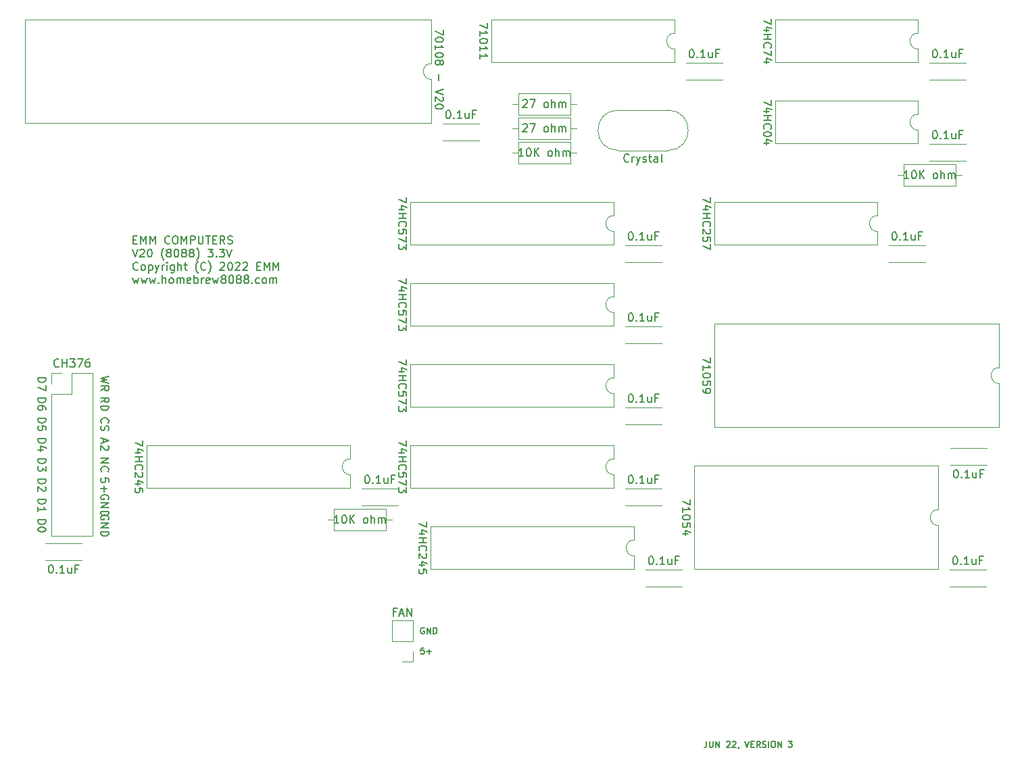
<source format=gbr>
G04 #@! TF.GenerationSoftware,KiCad,Pcbnew,(5.1.8)-1*
G04 #@! TF.CreationDate,2022-06-05T20:07:46-06:00*
G04 #@! TF.ProjectId,PI86 V3,50493836-2056-4332-9e6b-696361645f70,rev?*
G04 #@! TF.SameCoordinates,Original*
G04 #@! TF.FileFunction,Legend,Top*
G04 #@! TF.FilePolarity,Positive*
%FSLAX46Y46*%
G04 Gerber Fmt 4.6, Leading zero omitted, Abs format (unit mm)*
G04 Created by KiCad (PCBNEW (5.1.8)-1) date 2022-06-05 20:07:46*
%MOMM*%
%LPD*%
G01*
G04 APERTURE LIST*
%ADD10C,0.150000*%
%ADD11C,0.120000*%
G04 APERTURE END LIST*
D10*
X90455999Y-93827647D02*
X90455999Y-93351457D01*
X89979808Y-93303838D01*
X90027427Y-93351457D01*
X90075046Y-93446695D01*
X90075046Y-93684790D01*
X90027427Y-93780028D01*
X89979808Y-93827647D01*
X89884570Y-93875266D01*
X89646475Y-93875266D01*
X89551237Y-93827647D01*
X89503618Y-93780028D01*
X89455999Y-93684790D01*
X89455999Y-93446695D01*
X89503618Y-93351457D01*
X89551237Y-93303838D01*
X89836951Y-94303838D02*
X89836951Y-95065742D01*
X89455999Y-94684790D02*
X90217903Y-94684790D01*
X90408380Y-98526695D02*
X90455999Y-98431457D01*
X90455999Y-98288600D01*
X90408380Y-98145742D01*
X90313141Y-98050504D01*
X90217903Y-98002885D01*
X90027427Y-97955266D01*
X89884570Y-97955266D01*
X89694094Y-98002885D01*
X89598856Y-98050504D01*
X89503618Y-98145742D01*
X89455999Y-98288600D01*
X89455999Y-98383838D01*
X89503618Y-98526695D01*
X89551237Y-98574314D01*
X89884570Y-98574314D01*
X89884570Y-98383838D01*
X89455999Y-99002885D02*
X90455999Y-99002885D01*
X89455999Y-99574314D01*
X90455999Y-99574314D01*
X89455999Y-100050504D02*
X90455999Y-100050504D01*
X90455999Y-100288600D01*
X90408380Y-100431457D01*
X90313141Y-100526695D01*
X90217903Y-100574314D01*
X90027427Y-100621933D01*
X89884570Y-100621933D01*
X89694094Y-100574314D01*
X89598856Y-100526695D01*
X89503618Y-100431457D01*
X89455999Y-100288600D01*
X89455999Y-100050504D01*
X90408380Y-95986695D02*
X90455999Y-95891457D01*
X90455999Y-95748600D01*
X90408380Y-95605742D01*
X90313141Y-95510504D01*
X90217903Y-95462885D01*
X90027427Y-95415266D01*
X89884570Y-95415266D01*
X89694094Y-95462885D01*
X89598856Y-95510504D01*
X89503618Y-95605742D01*
X89455999Y-95748600D01*
X89455999Y-95843838D01*
X89503618Y-95986695D01*
X89551237Y-96034314D01*
X89884570Y-96034314D01*
X89884570Y-95843838D01*
X89455999Y-96462885D02*
X90455999Y-96462885D01*
X89455999Y-97034314D01*
X90455999Y-97034314D01*
X89455999Y-97510504D02*
X90455999Y-97510504D01*
X90455999Y-97748600D01*
X90408380Y-97891457D01*
X90313141Y-97986695D01*
X90217903Y-98034314D01*
X90027427Y-98081933D01*
X89884570Y-98081933D01*
X89694094Y-98034314D01*
X89598856Y-97986695D01*
X89503618Y-97891457D01*
X89455999Y-97748600D01*
X89455999Y-97510504D01*
X89455999Y-90882885D02*
X90455999Y-90882885D01*
X89455999Y-91454314D01*
X90455999Y-91454314D01*
X89551237Y-92501933D02*
X89503618Y-92454314D01*
X89455999Y-92311457D01*
X89455999Y-92216219D01*
X89503618Y-92073361D01*
X89598856Y-91978123D01*
X89694094Y-91930504D01*
X89884570Y-91882885D01*
X90027427Y-91882885D01*
X90217903Y-91930504D01*
X90313141Y-91978123D01*
X90408380Y-92073361D01*
X90455999Y-92216219D01*
X90455999Y-92311457D01*
X90408380Y-92454314D01*
X90360760Y-92501933D01*
X89455999Y-83858123D02*
X89932189Y-83524790D01*
X89455999Y-83286695D02*
X90455999Y-83286695D01*
X90455999Y-83667647D01*
X90408380Y-83762885D01*
X90360760Y-83810504D01*
X90265522Y-83858123D01*
X90122665Y-83858123D01*
X90027427Y-83810504D01*
X89979808Y-83762885D01*
X89932189Y-83667647D01*
X89932189Y-83286695D01*
X89455999Y-84286695D02*
X90455999Y-84286695D01*
X90455999Y-84524790D01*
X90408380Y-84667647D01*
X90313141Y-84762885D01*
X90217903Y-84810504D01*
X90027427Y-84858123D01*
X89884570Y-84858123D01*
X89694094Y-84810504D01*
X89598856Y-84762885D01*
X89503618Y-84667647D01*
X89455999Y-84524790D01*
X89455999Y-84286695D01*
X89741713Y-88414314D02*
X89741713Y-88890504D01*
X89455999Y-88319076D02*
X90455999Y-88652409D01*
X89455999Y-88985742D01*
X90360760Y-89271457D02*
X90408380Y-89319076D01*
X90455999Y-89414314D01*
X90455999Y-89652409D01*
X90408380Y-89747647D01*
X90360760Y-89795266D01*
X90265522Y-89842885D01*
X90170284Y-89842885D01*
X90027427Y-89795266D01*
X89455999Y-89223838D01*
X89455999Y-89842885D01*
X89551237Y-86421933D02*
X89503618Y-86374314D01*
X89455999Y-86231457D01*
X89455999Y-86136219D01*
X89503618Y-85993361D01*
X89598856Y-85898123D01*
X89694094Y-85850504D01*
X89884570Y-85802885D01*
X90027427Y-85802885D01*
X90217903Y-85850504D01*
X90313141Y-85898123D01*
X90408380Y-85993361D01*
X90455999Y-86136219D01*
X90455999Y-86231457D01*
X90408380Y-86374314D01*
X90360760Y-86421933D01*
X89503618Y-86802885D02*
X89455999Y-86945742D01*
X89455999Y-87183838D01*
X89503618Y-87279076D01*
X89551237Y-87326695D01*
X89646475Y-87374314D01*
X89741713Y-87374314D01*
X89836951Y-87326695D01*
X89884570Y-87279076D01*
X89932189Y-87183838D01*
X89979808Y-86993361D01*
X90027427Y-86898123D01*
X90075046Y-86850504D01*
X90170284Y-86802885D01*
X90265522Y-86802885D01*
X90360760Y-86850504D01*
X90408380Y-86898123D01*
X90455999Y-86993361D01*
X90455999Y-87231457D01*
X90408380Y-87374314D01*
X90455999Y-80580028D02*
X89455999Y-80818123D01*
X90170284Y-81008600D01*
X89455999Y-81199076D01*
X90455999Y-81437171D01*
X89455999Y-82389552D02*
X89932189Y-82056219D01*
X89455999Y-81818123D02*
X90455999Y-81818123D01*
X90455999Y-82199076D01*
X90408380Y-82294314D01*
X90360760Y-82341933D01*
X90265522Y-82389552D01*
X90122665Y-82389552D01*
X90027427Y-82341933D01*
X89979808Y-82294314D01*
X89932189Y-82199076D01*
X89932189Y-81818123D01*
X81581999Y-96010504D02*
X82581999Y-96010504D01*
X82581999Y-96248600D01*
X82534380Y-96391457D01*
X82439141Y-96486695D01*
X82343903Y-96534314D01*
X82153427Y-96581933D01*
X82010570Y-96581933D01*
X81820094Y-96534314D01*
X81724856Y-96486695D01*
X81629618Y-96391457D01*
X81581999Y-96248600D01*
X81581999Y-96010504D01*
X81581999Y-97534314D02*
X81581999Y-96962885D01*
X81581999Y-97248600D02*
X82581999Y-97248600D01*
X82439141Y-97153361D01*
X82343903Y-97058123D01*
X82296284Y-96962885D01*
X81581999Y-88390504D02*
X82581999Y-88390504D01*
X82581999Y-88628600D01*
X82534380Y-88771457D01*
X82439141Y-88866695D01*
X82343903Y-88914314D01*
X82153427Y-88961933D01*
X82010570Y-88961933D01*
X81820094Y-88914314D01*
X81724856Y-88866695D01*
X81629618Y-88771457D01*
X81581999Y-88628600D01*
X81581999Y-88390504D01*
X82248665Y-89819076D02*
X81581999Y-89819076D01*
X82629618Y-89580980D02*
X81915332Y-89342885D01*
X81915332Y-89961933D01*
X81581999Y-85850504D02*
X82581999Y-85850504D01*
X82581999Y-86088600D01*
X82534380Y-86231457D01*
X82439141Y-86326695D01*
X82343903Y-86374314D01*
X82153427Y-86421933D01*
X82010570Y-86421933D01*
X81820094Y-86374314D01*
X81724856Y-86326695D01*
X81629618Y-86231457D01*
X81581999Y-86088600D01*
X81581999Y-85850504D01*
X82581999Y-87326695D02*
X82581999Y-86850504D01*
X82105808Y-86802885D01*
X82153427Y-86850504D01*
X82201046Y-86945742D01*
X82201046Y-87183838D01*
X82153427Y-87279076D01*
X82105808Y-87326695D01*
X82010570Y-87374314D01*
X81772475Y-87374314D01*
X81677237Y-87326695D01*
X81629618Y-87279076D01*
X81581999Y-87183838D01*
X81581999Y-86945742D01*
X81629618Y-86850504D01*
X81677237Y-86802885D01*
X81581999Y-93470504D02*
X82581999Y-93470504D01*
X82581999Y-93708600D01*
X82534380Y-93851457D01*
X82439141Y-93946695D01*
X82343903Y-93994314D01*
X82153427Y-94041933D01*
X82010570Y-94041933D01*
X81820094Y-93994314D01*
X81724856Y-93946695D01*
X81629618Y-93851457D01*
X81581999Y-93708600D01*
X81581999Y-93470504D01*
X82486760Y-94422885D02*
X82534380Y-94470504D01*
X82581999Y-94565742D01*
X82581999Y-94803838D01*
X82534380Y-94899076D01*
X82486760Y-94946695D01*
X82391522Y-94994314D01*
X82296284Y-94994314D01*
X82153427Y-94946695D01*
X81581999Y-94375266D01*
X81581999Y-94994314D01*
X81581999Y-83310504D02*
X82581999Y-83310504D01*
X82581999Y-83548600D01*
X82534380Y-83691457D01*
X82439141Y-83786695D01*
X82343903Y-83834314D01*
X82153427Y-83881933D01*
X82010570Y-83881933D01*
X81820094Y-83834314D01*
X81724856Y-83786695D01*
X81629618Y-83691457D01*
X81581999Y-83548600D01*
X81581999Y-83310504D01*
X82581999Y-84739076D02*
X82581999Y-84548600D01*
X82534380Y-84453361D01*
X82486760Y-84405742D01*
X82343903Y-84310504D01*
X82153427Y-84262885D01*
X81772475Y-84262885D01*
X81677237Y-84310504D01*
X81629618Y-84358123D01*
X81581999Y-84453361D01*
X81581999Y-84643838D01*
X81629618Y-84739076D01*
X81677237Y-84786695D01*
X81772475Y-84834314D01*
X82010570Y-84834314D01*
X82105808Y-84786695D01*
X82153427Y-84739076D01*
X82201046Y-84643838D01*
X82201046Y-84453361D01*
X82153427Y-84358123D01*
X82105808Y-84310504D01*
X82010570Y-84262885D01*
X81581999Y-80770504D02*
X82581999Y-80770504D01*
X82581999Y-81008600D01*
X82534380Y-81151457D01*
X82439141Y-81246695D01*
X82343903Y-81294314D01*
X82153427Y-81341933D01*
X82010570Y-81341933D01*
X81820094Y-81294314D01*
X81724856Y-81246695D01*
X81629618Y-81151457D01*
X81581999Y-81008600D01*
X81581999Y-80770504D01*
X82581999Y-81675266D02*
X82581999Y-82341933D01*
X81581999Y-81913361D01*
X81581999Y-90930504D02*
X82581999Y-90930504D01*
X82581999Y-91168600D01*
X82534380Y-91311457D01*
X82439141Y-91406695D01*
X82343903Y-91454314D01*
X82153427Y-91501933D01*
X82010570Y-91501933D01*
X81820094Y-91454314D01*
X81724856Y-91406695D01*
X81629618Y-91311457D01*
X81581999Y-91168600D01*
X81581999Y-90930504D01*
X82581999Y-91835266D02*
X82581999Y-92454314D01*
X82201046Y-92120980D01*
X82201046Y-92263838D01*
X82153427Y-92359076D01*
X82105808Y-92406695D01*
X82010570Y-92454314D01*
X81772475Y-92454314D01*
X81677237Y-92406695D01*
X81629618Y-92359076D01*
X81581999Y-92263838D01*
X81581999Y-91978123D01*
X81629618Y-91882885D01*
X81677237Y-91835266D01*
X81581999Y-98550504D02*
X82581999Y-98550504D01*
X82581999Y-98788600D01*
X82534380Y-98931457D01*
X82439141Y-99026695D01*
X82343903Y-99074314D01*
X82153427Y-99121933D01*
X82010570Y-99121933D01*
X81820094Y-99074314D01*
X81724856Y-99026695D01*
X81629618Y-98931457D01*
X81581999Y-98788600D01*
X81581999Y-98550504D01*
X82581999Y-99740980D02*
X82581999Y-99836219D01*
X82534380Y-99931457D01*
X82486760Y-99979076D01*
X82391522Y-100026695D01*
X82201046Y-100074314D01*
X81962951Y-100074314D01*
X81772475Y-100026695D01*
X81677237Y-99979076D01*
X81629618Y-99931457D01*
X81581999Y-99836219D01*
X81581999Y-99740980D01*
X81629618Y-99645742D01*
X81677237Y-99598123D01*
X81772475Y-99550504D01*
X81962951Y-99502885D01*
X82201046Y-99502885D01*
X82391522Y-99550504D01*
X82486760Y-99598123D01*
X82534380Y-99645742D01*
X82581999Y-99740980D01*
X165335022Y-126303314D02*
X165335022Y-126847600D01*
X165298737Y-126956457D01*
X165226165Y-127029028D01*
X165117308Y-127065314D01*
X165044737Y-127065314D01*
X165697880Y-126303314D02*
X165697880Y-126920171D01*
X165734165Y-126992742D01*
X165770451Y-127029028D01*
X165843022Y-127065314D01*
X165988165Y-127065314D01*
X166060737Y-127029028D01*
X166097022Y-126992742D01*
X166133308Y-126920171D01*
X166133308Y-126303314D01*
X166496165Y-127065314D02*
X166496165Y-126303314D01*
X166931594Y-127065314D01*
X166931594Y-126303314D01*
X167838737Y-126375885D02*
X167875022Y-126339600D01*
X167947594Y-126303314D01*
X168129022Y-126303314D01*
X168201594Y-126339600D01*
X168237880Y-126375885D01*
X168274165Y-126448457D01*
X168274165Y-126521028D01*
X168237880Y-126629885D01*
X167802451Y-127065314D01*
X168274165Y-127065314D01*
X168564451Y-126375885D02*
X168600737Y-126339600D01*
X168673308Y-126303314D01*
X168854737Y-126303314D01*
X168927308Y-126339600D01*
X168963594Y-126375885D01*
X168999880Y-126448457D01*
X168999880Y-126521028D01*
X168963594Y-126629885D01*
X168528165Y-127065314D01*
X168999880Y-127065314D01*
X169362737Y-127029028D02*
X169362737Y-127065314D01*
X169326451Y-127137885D01*
X169290165Y-127174171D01*
X170161022Y-126303314D02*
X170415022Y-127065314D01*
X170669022Y-126303314D01*
X170923022Y-126666171D02*
X171177022Y-126666171D01*
X171285880Y-127065314D02*
X170923022Y-127065314D01*
X170923022Y-126303314D01*
X171285880Y-126303314D01*
X172047880Y-127065314D02*
X171793880Y-126702457D01*
X171612451Y-127065314D02*
X171612451Y-126303314D01*
X171902737Y-126303314D01*
X171975308Y-126339600D01*
X172011594Y-126375885D01*
X172047880Y-126448457D01*
X172047880Y-126557314D01*
X172011594Y-126629885D01*
X171975308Y-126666171D01*
X171902737Y-126702457D01*
X171612451Y-126702457D01*
X172338165Y-127029028D02*
X172447022Y-127065314D01*
X172628451Y-127065314D01*
X172701022Y-127029028D01*
X172737308Y-126992742D01*
X172773594Y-126920171D01*
X172773594Y-126847600D01*
X172737308Y-126775028D01*
X172701022Y-126738742D01*
X172628451Y-126702457D01*
X172483308Y-126666171D01*
X172410737Y-126629885D01*
X172374451Y-126593600D01*
X172338165Y-126521028D01*
X172338165Y-126448457D01*
X172374451Y-126375885D01*
X172410737Y-126339600D01*
X172483308Y-126303314D01*
X172664737Y-126303314D01*
X172773594Y-126339600D01*
X173100165Y-127065314D02*
X173100165Y-126303314D01*
X173608165Y-126303314D02*
X173753308Y-126303314D01*
X173825880Y-126339600D01*
X173898451Y-126412171D01*
X173934737Y-126557314D01*
X173934737Y-126811314D01*
X173898451Y-126956457D01*
X173825880Y-127029028D01*
X173753308Y-127065314D01*
X173608165Y-127065314D01*
X173535594Y-127029028D01*
X173463022Y-126956457D01*
X173426737Y-126811314D01*
X173426737Y-126557314D01*
X173463022Y-126412171D01*
X173535594Y-126339600D01*
X173608165Y-126303314D01*
X174261308Y-127065314D02*
X174261308Y-126303314D01*
X174696737Y-127065314D01*
X174696737Y-126303314D01*
X175567594Y-126303314D02*
X176039308Y-126303314D01*
X175785308Y-126593600D01*
X175894165Y-126593600D01*
X175966737Y-126629885D01*
X176003022Y-126666171D01*
X176039308Y-126738742D01*
X176039308Y-126920171D01*
X176003022Y-126992742D01*
X175966737Y-127029028D01*
X175894165Y-127065314D01*
X175676451Y-127065314D01*
X175603880Y-127029028D01*
X175567594Y-126992742D01*
X93545975Y-63468171D02*
X93879308Y-63468171D01*
X94022165Y-63991980D02*
X93545975Y-63991980D01*
X93545975Y-62991980D01*
X94022165Y-62991980D01*
X94450737Y-63991980D02*
X94450737Y-62991980D01*
X94784070Y-63706266D01*
X95117403Y-62991980D01*
X95117403Y-63991980D01*
X95593594Y-63991980D02*
X95593594Y-62991980D01*
X95926927Y-63706266D01*
X96260260Y-62991980D01*
X96260260Y-63991980D01*
X98069784Y-63896742D02*
X98022165Y-63944361D01*
X97879308Y-63991980D01*
X97784070Y-63991980D01*
X97641213Y-63944361D01*
X97545975Y-63849123D01*
X97498356Y-63753885D01*
X97450737Y-63563409D01*
X97450737Y-63420552D01*
X97498356Y-63230076D01*
X97545975Y-63134838D01*
X97641213Y-63039600D01*
X97784070Y-62991980D01*
X97879308Y-62991980D01*
X98022165Y-63039600D01*
X98069784Y-63087219D01*
X98688832Y-62991980D02*
X98879308Y-62991980D01*
X98974546Y-63039600D01*
X99069784Y-63134838D01*
X99117403Y-63325314D01*
X99117403Y-63658647D01*
X99069784Y-63849123D01*
X98974546Y-63944361D01*
X98879308Y-63991980D01*
X98688832Y-63991980D01*
X98593594Y-63944361D01*
X98498356Y-63849123D01*
X98450737Y-63658647D01*
X98450737Y-63325314D01*
X98498356Y-63134838D01*
X98593594Y-63039600D01*
X98688832Y-62991980D01*
X99545975Y-63991980D02*
X99545975Y-62991980D01*
X99879308Y-63706266D01*
X100212641Y-62991980D01*
X100212641Y-63991980D01*
X100688832Y-63991980D02*
X100688832Y-62991980D01*
X101069784Y-62991980D01*
X101165022Y-63039600D01*
X101212641Y-63087219D01*
X101260260Y-63182457D01*
X101260260Y-63325314D01*
X101212641Y-63420552D01*
X101165022Y-63468171D01*
X101069784Y-63515790D01*
X100688832Y-63515790D01*
X101688832Y-62991980D02*
X101688832Y-63801504D01*
X101736451Y-63896742D01*
X101784070Y-63944361D01*
X101879308Y-63991980D01*
X102069784Y-63991980D01*
X102165022Y-63944361D01*
X102212641Y-63896742D01*
X102260260Y-63801504D01*
X102260260Y-62991980D01*
X102593594Y-62991980D02*
X103165022Y-62991980D01*
X102879308Y-63991980D02*
X102879308Y-62991980D01*
X103498356Y-63468171D02*
X103831689Y-63468171D01*
X103974546Y-63991980D02*
X103498356Y-63991980D01*
X103498356Y-62991980D01*
X103974546Y-62991980D01*
X104974546Y-63991980D02*
X104641213Y-63515790D01*
X104403118Y-63991980D02*
X104403118Y-62991980D01*
X104784070Y-62991980D01*
X104879308Y-63039600D01*
X104926927Y-63087219D01*
X104974546Y-63182457D01*
X104974546Y-63325314D01*
X104926927Y-63420552D01*
X104879308Y-63468171D01*
X104784070Y-63515790D01*
X104403118Y-63515790D01*
X105355499Y-63944361D02*
X105498356Y-63991980D01*
X105736451Y-63991980D01*
X105831689Y-63944361D01*
X105879308Y-63896742D01*
X105926927Y-63801504D01*
X105926927Y-63706266D01*
X105879308Y-63611028D01*
X105831689Y-63563409D01*
X105736451Y-63515790D01*
X105545975Y-63468171D01*
X105450737Y-63420552D01*
X105403118Y-63372933D01*
X105355499Y-63277695D01*
X105355499Y-63182457D01*
X105403118Y-63087219D01*
X105450737Y-63039600D01*
X105545975Y-62991980D01*
X105784070Y-62991980D01*
X105926927Y-63039600D01*
X93403118Y-64641980D02*
X93736451Y-65641980D01*
X94069784Y-64641980D01*
X94355499Y-64737219D02*
X94403118Y-64689600D01*
X94498356Y-64641980D01*
X94736451Y-64641980D01*
X94831689Y-64689600D01*
X94879308Y-64737219D01*
X94926927Y-64832457D01*
X94926927Y-64927695D01*
X94879308Y-65070552D01*
X94307880Y-65641980D01*
X94926927Y-65641980D01*
X95545975Y-64641980D02*
X95641213Y-64641980D01*
X95736451Y-64689600D01*
X95784070Y-64737219D01*
X95831689Y-64832457D01*
X95879308Y-65022933D01*
X95879308Y-65261028D01*
X95831689Y-65451504D01*
X95784070Y-65546742D01*
X95736451Y-65594361D01*
X95641213Y-65641980D01*
X95545975Y-65641980D01*
X95450737Y-65594361D01*
X95403118Y-65546742D01*
X95355499Y-65451504D01*
X95307880Y-65261028D01*
X95307880Y-65022933D01*
X95355499Y-64832457D01*
X95403118Y-64737219D01*
X95450737Y-64689600D01*
X95545975Y-64641980D01*
X97355499Y-66022933D02*
X97307880Y-65975314D01*
X97212641Y-65832457D01*
X97165022Y-65737219D01*
X97117403Y-65594361D01*
X97069784Y-65356266D01*
X97069784Y-65165790D01*
X97117403Y-64927695D01*
X97165022Y-64784838D01*
X97212641Y-64689600D01*
X97307880Y-64546742D01*
X97355499Y-64499123D01*
X97879308Y-65070552D02*
X97784070Y-65022933D01*
X97736451Y-64975314D01*
X97688832Y-64880076D01*
X97688832Y-64832457D01*
X97736451Y-64737219D01*
X97784070Y-64689600D01*
X97879308Y-64641980D01*
X98069784Y-64641980D01*
X98165022Y-64689600D01*
X98212641Y-64737219D01*
X98260260Y-64832457D01*
X98260260Y-64880076D01*
X98212641Y-64975314D01*
X98165022Y-65022933D01*
X98069784Y-65070552D01*
X97879308Y-65070552D01*
X97784070Y-65118171D01*
X97736451Y-65165790D01*
X97688832Y-65261028D01*
X97688832Y-65451504D01*
X97736451Y-65546742D01*
X97784070Y-65594361D01*
X97879308Y-65641980D01*
X98069784Y-65641980D01*
X98165022Y-65594361D01*
X98212641Y-65546742D01*
X98260260Y-65451504D01*
X98260260Y-65261028D01*
X98212641Y-65165790D01*
X98165022Y-65118171D01*
X98069784Y-65070552D01*
X98879308Y-64641980D02*
X98974546Y-64641980D01*
X99069784Y-64689600D01*
X99117403Y-64737219D01*
X99165022Y-64832457D01*
X99212641Y-65022933D01*
X99212641Y-65261028D01*
X99165022Y-65451504D01*
X99117403Y-65546742D01*
X99069784Y-65594361D01*
X98974546Y-65641980D01*
X98879308Y-65641980D01*
X98784070Y-65594361D01*
X98736451Y-65546742D01*
X98688832Y-65451504D01*
X98641213Y-65261028D01*
X98641213Y-65022933D01*
X98688832Y-64832457D01*
X98736451Y-64737219D01*
X98784070Y-64689600D01*
X98879308Y-64641980D01*
X99784070Y-65070552D02*
X99688832Y-65022933D01*
X99641213Y-64975314D01*
X99593594Y-64880076D01*
X99593594Y-64832457D01*
X99641213Y-64737219D01*
X99688832Y-64689600D01*
X99784070Y-64641980D01*
X99974546Y-64641980D01*
X100069784Y-64689600D01*
X100117403Y-64737219D01*
X100165022Y-64832457D01*
X100165022Y-64880076D01*
X100117403Y-64975314D01*
X100069784Y-65022933D01*
X99974546Y-65070552D01*
X99784070Y-65070552D01*
X99688832Y-65118171D01*
X99641213Y-65165790D01*
X99593594Y-65261028D01*
X99593594Y-65451504D01*
X99641213Y-65546742D01*
X99688832Y-65594361D01*
X99784070Y-65641980D01*
X99974546Y-65641980D01*
X100069784Y-65594361D01*
X100117403Y-65546742D01*
X100165022Y-65451504D01*
X100165022Y-65261028D01*
X100117403Y-65165790D01*
X100069784Y-65118171D01*
X99974546Y-65070552D01*
X100736451Y-65070552D02*
X100641213Y-65022933D01*
X100593594Y-64975314D01*
X100545975Y-64880076D01*
X100545975Y-64832457D01*
X100593594Y-64737219D01*
X100641213Y-64689600D01*
X100736451Y-64641980D01*
X100926927Y-64641980D01*
X101022165Y-64689600D01*
X101069784Y-64737219D01*
X101117403Y-64832457D01*
X101117403Y-64880076D01*
X101069784Y-64975314D01*
X101022165Y-65022933D01*
X100926927Y-65070552D01*
X100736451Y-65070552D01*
X100641213Y-65118171D01*
X100593594Y-65165790D01*
X100545975Y-65261028D01*
X100545975Y-65451504D01*
X100593594Y-65546742D01*
X100641213Y-65594361D01*
X100736451Y-65641980D01*
X100926927Y-65641980D01*
X101022165Y-65594361D01*
X101069784Y-65546742D01*
X101117403Y-65451504D01*
X101117403Y-65261028D01*
X101069784Y-65165790D01*
X101022165Y-65118171D01*
X100926927Y-65070552D01*
X101450737Y-66022933D02*
X101498356Y-65975314D01*
X101593594Y-65832457D01*
X101641213Y-65737219D01*
X101688832Y-65594361D01*
X101736451Y-65356266D01*
X101736451Y-65165790D01*
X101688832Y-64927695D01*
X101641213Y-64784838D01*
X101593594Y-64689600D01*
X101498356Y-64546742D01*
X101450737Y-64499123D01*
X102879308Y-64641980D02*
X103498356Y-64641980D01*
X103165022Y-65022933D01*
X103307880Y-65022933D01*
X103403118Y-65070552D01*
X103450737Y-65118171D01*
X103498356Y-65213409D01*
X103498356Y-65451504D01*
X103450737Y-65546742D01*
X103403118Y-65594361D01*
X103307880Y-65641980D01*
X103022165Y-65641980D01*
X102926927Y-65594361D01*
X102879308Y-65546742D01*
X103926927Y-65546742D02*
X103974546Y-65594361D01*
X103926927Y-65641980D01*
X103879308Y-65594361D01*
X103926927Y-65546742D01*
X103926927Y-65641980D01*
X104307880Y-64641980D02*
X104926927Y-64641980D01*
X104593594Y-65022933D01*
X104736451Y-65022933D01*
X104831689Y-65070552D01*
X104879308Y-65118171D01*
X104926927Y-65213409D01*
X104926927Y-65451504D01*
X104879308Y-65546742D01*
X104831689Y-65594361D01*
X104736451Y-65641980D01*
X104450737Y-65641980D01*
X104355499Y-65594361D01*
X104307880Y-65546742D01*
X105212641Y-64641980D02*
X105545975Y-65641980D01*
X105879308Y-64641980D01*
X94117403Y-67196742D02*
X94069784Y-67244361D01*
X93926927Y-67291980D01*
X93831689Y-67291980D01*
X93688832Y-67244361D01*
X93593594Y-67149123D01*
X93545975Y-67053885D01*
X93498356Y-66863409D01*
X93498356Y-66720552D01*
X93545975Y-66530076D01*
X93593594Y-66434838D01*
X93688832Y-66339600D01*
X93831689Y-66291980D01*
X93926927Y-66291980D01*
X94069784Y-66339600D01*
X94117403Y-66387219D01*
X94688832Y-67291980D02*
X94593594Y-67244361D01*
X94545975Y-67196742D01*
X94498356Y-67101504D01*
X94498356Y-66815790D01*
X94545975Y-66720552D01*
X94593594Y-66672933D01*
X94688832Y-66625314D01*
X94831689Y-66625314D01*
X94926927Y-66672933D01*
X94974546Y-66720552D01*
X95022165Y-66815790D01*
X95022165Y-67101504D01*
X94974546Y-67196742D01*
X94926927Y-67244361D01*
X94831689Y-67291980D01*
X94688832Y-67291980D01*
X95450737Y-66625314D02*
X95450737Y-67625314D01*
X95450737Y-66672933D02*
X95545975Y-66625314D01*
X95736451Y-66625314D01*
X95831689Y-66672933D01*
X95879308Y-66720552D01*
X95926927Y-66815790D01*
X95926927Y-67101504D01*
X95879308Y-67196742D01*
X95831689Y-67244361D01*
X95736451Y-67291980D01*
X95545975Y-67291980D01*
X95450737Y-67244361D01*
X96260260Y-66625314D02*
X96498356Y-67291980D01*
X96736451Y-66625314D02*
X96498356Y-67291980D01*
X96403118Y-67530076D01*
X96355499Y-67577695D01*
X96260260Y-67625314D01*
X97117403Y-67291980D02*
X97117403Y-66625314D01*
X97117403Y-66815790D02*
X97165022Y-66720552D01*
X97212641Y-66672933D01*
X97307880Y-66625314D01*
X97403118Y-66625314D01*
X97736451Y-67291980D02*
X97736451Y-66625314D01*
X97736451Y-66291980D02*
X97688832Y-66339600D01*
X97736451Y-66387219D01*
X97784070Y-66339600D01*
X97736451Y-66291980D01*
X97736451Y-66387219D01*
X98641213Y-66625314D02*
X98641213Y-67434838D01*
X98593594Y-67530076D01*
X98545975Y-67577695D01*
X98450737Y-67625314D01*
X98307880Y-67625314D01*
X98212641Y-67577695D01*
X98641213Y-67244361D02*
X98545975Y-67291980D01*
X98355499Y-67291980D01*
X98260260Y-67244361D01*
X98212641Y-67196742D01*
X98165022Y-67101504D01*
X98165022Y-66815790D01*
X98212641Y-66720552D01*
X98260260Y-66672933D01*
X98355499Y-66625314D01*
X98545975Y-66625314D01*
X98641213Y-66672933D01*
X99117403Y-67291980D02*
X99117403Y-66291980D01*
X99545975Y-67291980D02*
X99545975Y-66768171D01*
X99498356Y-66672933D01*
X99403118Y-66625314D01*
X99260260Y-66625314D01*
X99165022Y-66672933D01*
X99117403Y-66720552D01*
X99879308Y-66625314D02*
X100260260Y-66625314D01*
X100022165Y-66291980D02*
X100022165Y-67149123D01*
X100069784Y-67244361D01*
X100165022Y-67291980D01*
X100260260Y-67291980D01*
X101641213Y-67672933D02*
X101593594Y-67625314D01*
X101498356Y-67482457D01*
X101450737Y-67387219D01*
X101403118Y-67244361D01*
X101355499Y-67006266D01*
X101355499Y-66815790D01*
X101403118Y-66577695D01*
X101450737Y-66434838D01*
X101498356Y-66339600D01*
X101593594Y-66196742D01*
X101641213Y-66149123D01*
X102593594Y-67196742D02*
X102545975Y-67244361D01*
X102403118Y-67291980D01*
X102307880Y-67291980D01*
X102165022Y-67244361D01*
X102069784Y-67149123D01*
X102022165Y-67053885D01*
X101974546Y-66863409D01*
X101974546Y-66720552D01*
X102022165Y-66530076D01*
X102069784Y-66434838D01*
X102165022Y-66339600D01*
X102307880Y-66291980D01*
X102403118Y-66291980D01*
X102545975Y-66339600D01*
X102593594Y-66387219D01*
X102926927Y-67672933D02*
X102974546Y-67625314D01*
X103069784Y-67482457D01*
X103117403Y-67387219D01*
X103165022Y-67244361D01*
X103212641Y-67006266D01*
X103212641Y-66815790D01*
X103165022Y-66577695D01*
X103117403Y-66434838D01*
X103069784Y-66339600D01*
X102974546Y-66196742D01*
X102926927Y-66149123D01*
X104403118Y-66387219D02*
X104450737Y-66339600D01*
X104545975Y-66291980D01*
X104784070Y-66291980D01*
X104879308Y-66339600D01*
X104926927Y-66387219D01*
X104974546Y-66482457D01*
X104974546Y-66577695D01*
X104926927Y-66720552D01*
X104355499Y-67291980D01*
X104974546Y-67291980D01*
X105593594Y-66291980D02*
X105688832Y-66291980D01*
X105784070Y-66339600D01*
X105831689Y-66387219D01*
X105879308Y-66482457D01*
X105926927Y-66672933D01*
X105926927Y-66911028D01*
X105879308Y-67101504D01*
X105831689Y-67196742D01*
X105784070Y-67244361D01*
X105688832Y-67291980D01*
X105593594Y-67291980D01*
X105498356Y-67244361D01*
X105450737Y-67196742D01*
X105403118Y-67101504D01*
X105355499Y-66911028D01*
X105355499Y-66672933D01*
X105403118Y-66482457D01*
X105450737Y-66387219D01*
X105498356Y-66339600D01*
X105593594Y-66291980D01*
X106307880Y-66387219D02*
X106355499Y-66339600D01*
X106450737Y-66291980D01*
X106688832Y-66291980D01*
X106784070Y-66339600D01*
X106831689Y-66387219D01*
X106879308Y-66482457D01*
X106879308Y-66577695D01*
X106831689Y-66720552D01*
X106260260Y-67291980D01*
X106879308Y-67291980D01*
X107260260Y-66387219D02*
X107307880Y-66339600D01*
X107403118Y-66291980D01*
X107641213Y-66291980D01*
X107736451Y-66339600D01*
X107784070Y-66387219D01*
X107831689Y-66482457D01*
X107831689Y-66577695D01*
X107784070Y-66720552D01*
X107212641Y-67291980D01*
X107831689Y-67291980D01*
X109022165Y-66768171D02*
X109355499Y-66768171D01*
X109498356Y-67291980D02*
X109022165Y-67291980D01*
X109022165Y-66291980D01*
X109498356Y-66291980D01*
X109926927Y-67291980D02*
X109926927Y-66291980D01*
X110260260Y-67006266D01*
X110593594Y-66291980D01*
X110593594Y-67291980D01*
X111069784Y-67291980D02*
X111069784Y-66291980D01*
X111403118Y-67006266D01*
X111736451Y-66291980D01*
X111736451Y-67291980D01*
X93450737Y-68275314D02*
X93641213Y-68941980D01*
X93831689Y-68465790D01*
X94022165Y-68941980D01*
X94212641Y-68275314D01*
X94498356Y-68275314D02*
X94688832Y-68941980D01*
X94879308Y-68465790D01*
X95069784Y-68941980D01*
X95260260Y-68275314D01*
X95545975Y-68275314D02*
X95736451Y-68941980D01*
X95926927Y-68465790D01*
X96117403Y-68941980D01*
X96307880Y-68275314D01*
X96688832Y-68846742D02*
X96736451Y-68894361D01*
X96688832Y-68941980D01*
X96641213Y-68894361D01*
X96688832Y-68846742D01*
X96688832Y-68941980D01*
X97165022Y-68941980D02*
X97165022Y-67941980D01*
X97593594Y-68941980D02*
X97593594Y-68418171D01*
X97545975Y-68322933D01*
X97450737Y-68275314D01*
X97307880Y-68275314D01*
X97212641Y-68322933D01*
X97165022Y-68370552D01*
X98212641Y-68941980D02*
X98117403Y-68894361D01*
X98069784Y-68846742D01*
X98022165Y-68751504D01*
X98022165Y-68465790D01*
X98069784Y-68370552D01*
X98117403Y-68322933D01*
X98212641Y-68275314D01*
X98355499Y-68275314D01*
X98450737Y-68322933D01*
X98498356Y-68370552D01*
X98545975Y-68465790D01*
X98545975Y-68751504D01*
X98498356Y-68846742D01*
X98450737Y-68894361D01*
X98355499Y-68941980D01*
X98212641Y-68941980D01*
X98974546Y-68941980D02*
X98974546Y-68275314D01*
X98974546Y-68370552D02*
X99022165Y-68322933D01*
X99117403Y-68275314D01*
X99260260Y-68275314D01*
X99355499Y-68322933D01*
X99403118Y-68418171D01*
X99403118Y-68941980D01*
X99403118Y-68418171D02*
X99450737Y-68322933D01*
X99545975Y-68275314D01*
X99688832Y-68275314D01*
X99784070Y-68322933D01*
X99831689Y-68418171D01*
X99831689Y-68941980D01*
X100688832Y-68894361D02*
X100593594Y-68941980D01*
X100403118Y-68941980D01*
X100307880Y-68894361D01*
X100260260Y-68799123D01*
X100260260Y-68418171D01*
X100307880Y-68322933D01*
X100403118Y-68275314D01*
X100593594Y-68275314D01*
X100688832Y-68322933D01*
X100736451Y-68418171D01*
X100736451Y-68513409D01*
X100260260Y-68608647D01*
X101165022Y-68941980D02*
X101165022Y-67941980D01*
X101165022Y-68322933D02*
X101260260Y-68275314D01*
X101450737Y-68275314D01*
X101545975Y-68322933D01*
X101593594Y-68370552D01*
X101641213Y-68465790D01*
X101641213Y-68751504D01*
X101593594Y-68846742D01*
X101545975Y-68894361D01*
X101450737Y-68941980D01*
X101260260Y-68941980D01*
X101165022Y-68894361D01*
X102069784Y-68941980D02*
X102069784Y-68275314D01*
X102069784Y-68465790D02*
X102117403Y-68370552D01*
X102165022Y-68322933D01*
X102260260Y-68275314D01*
X102355499Y-68275314D01*
X103069784Y-68894361D02*
X102974546Y-68941980D01*
X102784070Y-68941980D01*
X102688832Y-68894361D01*
X102641213Y-68799123D01*
X102641213Y-68418171D01*
X102688832Y-68322933D01*
X102784070Y-68275314D01*
X102974546Y-68275314D01*
X103069784Y-68322933D01*
X103117403Y-68418171D01*
X103117403Y-68513409D01*
X102641213Y-68608647D01*
X103450737Y-68275314D02*
X103641213Y-68941980D01*
X103831689Y-68465790D01*
X104022165Y-68941980D01*
X104212641Y-68275314D01*
X104736451Y-68370552D02*
X104641213Y-68322933D01*
X104593594Y-68275314D01*
X104545975Y-68180076D01*
X104545975Y-68132457D01*
X104593594Y-68037219D01*
X104641213Y-67989600D01*
X104736451Y-67941980D01*
X104926927Y-67941980D01*
X105022165Y-67989600D01*
X105069784Y-68037219D01*
X105117403Y-68132457D01*
X105117403Y-68180076D01*
X105069784Y-68275314D01*
X105022165Y-68322933D01*
X104926927Y-68370552D01*
X104736451Y-68370552D01*
X104641213Y-68418171D01*
X104593594Y-68465790D01*
X104545975Y-68561028D01*
X104545975Y-68751504D01*
X104593594Y-68846742D01*
X104641213Y-68894361D01*
X104736451Y-68941980D01*
X104926927Y-68941980D01*
X105022165Y-68894361D01*
X105069784Y-68846742D01*
X105117403Y-68751504D01*
X105117403Y-68561028D01*
X105069784Y-68465790D01*
X105022165Y-68418171D01*
X104926927Y-68370552D01*
X105736451Y-67941980D02*
X105831689Y-67941980D01*
X105926927Y-67989600D01*
X105974546Y-68037219D01*
X106022165Y-68132457D01*
X106069784Y-68322933D01*
X106069784Y-68561028D01*
X106022165Y-68751504D01*
X105974546Y-68846742D01*
X105926927Y-68894361D01*
X105831689Y-68941980D01*
X105736451Y-68941980D01*
X105641213Y-68894361D01*
X105593594Y-68846742D01*
X105545975Y-68751504D01*
X105498356Y-68561028D01*
X105498356Y-68322933D01*
X105545975Y-68132457D01*
X105593594Y-68037219D01*
X105641213Y-67989600D01*
X105736451Y-67941980D01*
X106641213Y-68370552D02*
X106545975Y-68322933D01*
X106498356Y-68275314D01*
X106450737Y-68180076D01*
X106450737Y-68132457D01*
X106498356Y-68037219D01*
X106545975Y-67989600D01*
X106641213Y-67941980D01*
X106831689Y-67941980D01*
X106926927Y-67989600D01*
X106974546Y-68037219D01*
X107022165Y-68132457D01*
X107022165Y-68180076D01*
X106974546Y-68275314D01*
X106926927Y-68322933D01*
X106831689Y-68370552D01*
X106641213Y-68370552D01*
X106545975Y-68418171D01*
X106498356Y-68465790D01*
X106450737Y-68561028D01*
X106450737Y-68751504D01*
X106498356Y-68846742D01*
X106545975Y-68894361D01*
X106641213Y-68941980D01*
X106831689Y-68941980D01*
X106926927Y-68894361D01*
X106974546Y-68846742D01*
X107022165Y-68751504D01*
X107022165Y-68561028D01*
X106974546Y-68465790D01*
X106926927Y-68418171D01*
X106831689Y-68370552D01*
X107593594Y-68370552D02*
X107498356Y-68322933D01*
X107450737Y-68275314D01*
X107403118Y-68180076D01*
X107403118Y-68132457D01*
X107450737Y-68037219D01*
X107498356Y-67989600D01*
X107593594Y-67941980D01*
X107784070Y-67941980D01*
X107879308Y-67989600D01*
X107926927Y-68037219D01*
X107974546Y-68132457D01*
X107974546Y-68180076D01*
X107926927Y-68275314D01*
X107879308Y-68322933D01*
X107784070Y-68370552D01*
X107593594Y-68370552D01*
X107498356Y-68418171D01*
X107450737Y-68465790D01*
X107403118Y-68561028D01*
X107403118Y-68751504D01*
X107450737Y-68846742D01*
X107498356Y-68894361D01*
X107593594Y-68941980D01*
X107784070Y-68941980D01*
X107879308Y-68894361D01*
X107926927Y-68846742D01*
X107974546Y-68751504D01*
X107974546Y-68561028D01*
X107926927Y-68465790D01*
X107879308Y-68418171D01*
X107784070Y-68370552D01*
X108403118Y-68846742D02*
X108450737Y-68894361D01*
X108403118Y-68941980D01*
X108355499Y-68894361D01*
X108403118Y-68846742D01*
X108403118Y-68941980D01*
X109307880Y-68894361D02*
X109212641Y-68941980D01*
X109022165Y-68941980D01*
X108926927Y-68894361D01*
X108879308Y-68846742D01*
X108831689Y-68751504D01*
X108831689Y-68465790D01*
X108879308Y-68370552D01*
X108926927Y-68322933D01*
X109022165Y-68275314D01*
X109212641Y-68275314D01*
X109307880Y-68322933D01*
X109879308Y-68941980D02*
X109784070Y-68894361D01*
X109736451Y-68846742D01*
X109688832Y-68751504D01*
X109688832Y-68465790D01*
X109736451Y-68370552D01*
X109784070Y-68322933D01*
X109879308Y-68275314D01*
X110022165Y-68275314D01*
X110117403Y-68322933D01*
X110165022Y-68370552D01*
X110212641Y-68465790D01*
X110212641Y-68751504D01*
X110165022Y-68846742D01*
X110117403Y-68894361D01*
X110022165Y-68941980D01*
X109879308Y-68941980D01*
X110641213Y-68941980D02*
X110641213Y-68275314D01*
X110641213Y-68370552D02*
X110688832Y-68322933D01*
X110784070Y-68275314D01*
X110926927Y-68275314D01*
X111022165Y-68322933D01*
X111069784Y-68418171D01*
X111069784Y-68941980D01*
X111069784Y-68418171D02*
X111117403Y-68322933D01*
X111212641Y-68275314D01*
X111355499Y-68275314D01*
X111450737Y-68322933D01*
X111498356Y-68418171D01*
X111498356Y-68941980D01*
X129920165Y-114619314D02*
X129557308Y-114619314D01*
X129521022Y-114982171D01*
X129557308Y-114945885D01*
X129629880Y-114909600D01*
X129811308Y-114909600D01*
X129883880Y-114945885D01*
X129920165Y-114982171D01*
X129956451Y-115054742D01*
X129956451Y-115236171D01*
X129920165Y-115308742D01*
X129883880Y-115345028D01*
X129811308Y-115381314D01*
X129629880Y-115381314D01*
X129557308Y-115345028D01*
X129521022Y-115308742D01*
X130283022Y-115091028D02*
X130863594Y-115091028D01*
X130573308Y-115381314D02*
X130573308Y-114800742D01*
X129956451Y-112115600D02*
X129883880Y-112079314D01*
X129775022Y-112079314D01*
X129666165Y-112115600D01*
X129593594Y-112188171D01*
X129557308Y-112260742D01*
X129521022Y-112405885D01*
X129521022Y-112514742D01*
X129557308Y-112659885D01*
X129593594Y-112732457D01*
X129666165Y-112805028D01*
X129775022Y-112841314D01*
X129847594Y-112841314D01*
X129956451Y-112805028D01*
X129992737Y-112768742D01*
X129992737Y-112514742D01*
X129847594Y-112514742D01*
X130319308Y-112841314D02*
X130319308Y-112079314D01*
X130754737Y-112841314D01*
X130754737Y-112079314D01*
X131117594Y-112841314D02*
X131117594Y-112079314D01*
X131299022Y-112079314D01*
X131407880Y-112115600D01*
X131480451Y-112188171D01*
X131516737Y-112260742D01*
X131553022Y-112405885D01*
X131553022Y-112514742D01*
X131516737Y-112659885D01*
X131480451Y-112732457D01*
X131407880Y-112805028D01*
X131299022Y-112841314D01*
X131117594Y-112841314D01*
D11*
G04 #@! TO.C,U8*
X194362380Y-97272600D02*
X194362380Y-91812600D01*
X194362380Y-91812600D02*
X163762380Y-91812600D01*
X163762380Y-91812600D02*
X163762380Y-104732600D01*
X163762380Y-104732600D02*
X194362380Y-104732600D01*
X194362380Y-104732600D02*
X194362380Y-99272600D01*
X194362380Y-99272600D02*
G75*
G02*
X194362380Y-97272600I0J1000000D01*
G01*
G04 #@! TO.C,C14*
X82518380Y-101520600D02*
X87058380Y-101520600D01*
X82518380Y-103660600D02*
X87058380Y-103660600D01*
X82518380Y-101520600D02*
X82518380Y-101535600D01*
X82518380Y-103645600D02*
X82518380Y-103660600D01*
X87058380Y-101520600D02*
X87058380Y-101535600D01*
X87058380Y-103645600D02*
X87058380Y-103660600D01*
G04 #@! TO.C,J3*
X83244380Y-100618600D02*
X88444380Y-100618600D01*
X83244380Y-82778600D02*
X83244380Y-100618600D01*
X88444380Y-80178600D02*
X88444380Y-100618600D01*
X83244380Y-82778600D02*
X85844380Y-82778600D01*
X85844380Y-82778600D02*
X85844380Y-80178600D01*
X85844380Y-80178600D02*
X88444380Y-80178600D01*
X83244380Y-81508600D02*
X83244380Y-80178600D01*
X83244380Y-80178600D02*
X84574380Y-80178600D01*
G04 #@! TO.C,U13*
X156262380Y-104732600D02*
X156262380Y-103082600D01*
X130742380Y-104732600D02*
X156262380Y-104732600D01*
X130742380Y-99432600D02*
X130742380Y-104732600D01*
X156262380Y-99432600D02*
X130742380Y-99432600D01*
X156262380Y-101082600D02*
X156262380Y-99432600D01*
X156262380Y-103082600D02*
G75*
G02*
X156262380Y-101082600I0J1000000D01*
G01*
G04 #@! TO.C,C13*
X157702380Y-104837600D02*
X157702380Y-104822600D01*
X157702380Y-106962600D02*
X157702380Y-106947600D01*
X162242380Y-104837600D02*
X162242380Y-104822600D01*
X162242380Y-106962600D02*
X162242380Y-106947600D01*
X162242380Y-104822600D02*
X157702380Y-104822600D01*
X162242380Y-106962600D02*
X157702380Y-106962600D01*
G04 #@! TO.C,U12*
X186742380Y-60442600D02*
X186742380Y-58792600D01*
X186742380Y-58792600D02*
X166302380Y-58792600D01*
X166302380Y-58792600D02*
X166302380Y-64092600D01*
X166302380Y-64092600D02*
X186742380Y-64092600D01*
X186742380Y-64092600D02*
X186742380Y-62442600D01*
X186742380Y-62442600D02*
G75*
G02*
X186742380Y-60442600I0J1000000D01*
G01*
G04 #@! TO.C,R4*
X141756380Y-51182600D02*
X141756380Y-53922600D01*
X141756380Y-53922600D02*
X148296380Y-53922600D01*
X148296380Y-53922600D02*
X148296380Y-51182600D01*
X148296380Y-51182600D02*
X141756380Y-51182600D01*
X140986380Y-52552600D02*
X141756380Y-52552600D01*
X149066380Y-52552600D02*
X148296380Y-52552600D01*
G04 #@! TO.C,R3*
X190016380Y-53976600D02*
X190016380Y-56716600D01*
X190016380Y-56716600D02*
X196556380Y-56716600D01*
X196556380Y-56716600D02*
X196556380Y-53976600D01*
X196556380Y-53976600D02*
X190016380Y-53976600D01*
X189246380Y-55346600D02*
X190016380Y-55346600D01*
X197326380Y-55346600D02*
X196556380Y-55346600D01*
G04 #@! TO.C,C12*
X192722380Y-66322600D02*
X188182380Y-66322600D01*
X192722380Y-64182600D02*
X188182380Y-64182600D01*
X192722380Y-66322600D02*
X192722380Y-66307600D01*
X192722380Y-64197600D02*
X192722380Y-64182600D01*
X188182380Y-66322600D02*
X188182380Y-66307600D01*
X188182380Y-64197600D02*
X188182380Y-64182600D01*
G04 #@! TO.C,Y1*
X154257380Y-47233600D02*
X160507380Y-47233600D01*
X154257380Y-52283600D02*
X160507380Y-52283600D01*
X160507380Y-52283600D02*
G75*
G03*
X160507380Y-47233600I0J2525000D01*
G01*
X154257380Y-52283600D02*
G75*
G02*
X154257380Y-47233600I0J2525000D01*
G01*
G04 #@! TO.C,U11*
X191822380Y-37582600D02*
X191822380Y-35932600D01*
X191822380Y-35932600D02*
X173922380Y-35932600D01*
X173922380Y-35932600D02*
X173922380Y-41232600D01*
X173922380Y-41232600D02*
X191822380Y-41232600D01*
X191822380Y-41232600D02*
X191822380Y-39582600D01*
X191822380Y-39582600D02*
G75*
G02*
X191822380Y-37582600I0J1000000D01*
G01*
G04 #@! TO.C,U10*
X191822380Y-47742600D02*
X191822380Y-46092600D01*
X191822380Y-46092600D02*
X173922380Y-46092600D01*
X173922380Y-46092600D02*
X173922380Y-51392600D01*
X173922380Y-51392600D02*
X191822380Y-51392600D01*
X191822380Y-51392600D02*
X191822380Y-49742600D01*
X191822380Y-49742600D02*
G75*
G02*
X191822380Y-47742600I0J1000000D01*
G01*
G04 #@! TO.C,U9*
X153722380Y-80762600D02*
X153722380Y-79112600D01*
X153722380Y-79112600D02*
X128202380Y-79112600D01*
X128202380Y-79112600D02*
X128202380Y-84412600D01*
X128202380Y-84412600D02*
X153722380Y-84412600D01*
X153722380Y-84412600D02*
X153722380Y-82762600D01*
X153722380Y-82762600D02*
G75*
G02*
X153722380Y-80762600I0J1000000D01*
G01*
G04 #@! TO.C,U7*
X201982380Y-79492600D02*
X201982380Y-74032600D01*
X201982380Y-74032600D02*
X166302380Y-74032600D01*
X166302380Y-74032600D02*
X166302380Y-86952600D01*
X166302380Y-86952600D02*
X201982380Y-86952600D01*
X201982380Y-86952600D02*
X201982380Y-81492600D01*
X201982380Y-81492600D02*
G75*
G02*
X201982380Y-79492600I0J1000000D01*
G01*
G04 #@! TO.C,U6*
X161342380Y-37582600D02*
X161342380Y-35932600D01*
X161342380Y-35932600D02*
X138362380Y-35932600D01*
X138362380Y-35932600D02*
X138362380Y-41232600D01*
X138362380Y-41232600D02*
X161342380Y-41232600D01*
X161342380Y-41232600D02*
X161342380Y-39582600D01*
X161342380Y-39582600D02*
G75*
G02*
X161342380Y-37582600I0J1000000D01*
G01*
G04 #@! TO.C,U5*
X153722380Y-60442600D02*
X153722380Y-58792600D01*
X153722380Y-58792600D02*
X128202380Y-58792600D01*
X128202380Y-58792600D02*
X128202380Y-64092600D01*
X128202380Y-64092600D02*
X153722380Y-64092600D01*
X153722380Y-64092600D02*
X153722380Y-62442600D01*
X153722380Y-62442600D02*
G75*
G02*
X153722380Y-60442600I0J1000000D01*
G01*
G04 #@! TO.C,U4*
X120702380Y-90922600D02*
X120702380Y-89272600D01*
X120702380Y-89272600D02*
X95182380Y-89272600D01*
X95182380Y-89272600D02*
X95182380Y-94572600D01*
X95182380Y-94572600D02*
X120702380Y-94572600D01*
X120702380Y-94572600D02*
X120702380Y-92922600D01*
X120702380Y-92922600D02*
G75*
G02*
X120702380Y-90922600I0J1000000D01*
G01*
G04 #@! TO.C,U3*
X153722380Y-90922600D02*
X153722380Y-89272600D01*
X153722380Y-89272600D02*
X128202380Y-89272600D01*
X128202380Y-89272600D02*
X128202380Y-94572600D01*
X128202380Y-94572600D02*
X153722380Y-94572600D01*
X153722380Y-94572600D02*
X153722380Y-92922600D01*
X153722380Y-92922600D02*
G75*
G02*
X153722380Y-90922600I0J1000000D01*
G01*
G04 #@! TO.C,U2*
X153722380Y-70602600D02*
X153722380Y-68952600D01*
X153722380Y-68952600D02*
X128202380Y-68952600D01*
X128202380Y-68952600D02*
X128202380Y-74252600D01*
X128202380Y-74252600D02*
X153722380Y-74252600D01*
X153722380Y-74252600D02*
X153722380Y-72602600D01*
X153722380Y-72602600D02*
G75*
G02*
X153722380Y-70602600I0J1000000D01*
G01*
G04 #@! TO.C,U1*
X130862380Y-41392600D02*
X130862380Y-35932600D01*
X130862380Y-35932600D02*
X79942380Y-35932600D01*
X79942380Y-35932600D02*
X79942380Y-48852600D01*
X79942380Y-48852600D02*
X130862380Y-48852600D01*
X130862380Y-48852600D02*
X130862380Y-43392600D01*
X130862380Y-43392600D02*
G75*
G02*
X130862380Y-41392600I0J1000000D01*
G01*
G04 #@! TO.C,R5*
X118642380Y-97156600D02*
X118642380Y-99896600D01*
X118642380Y-99896600D02*
X125182380Y-99896600D01*
X125182380Y-99896600D02*
X125182380Y-97156600D01*
X125182380Y-97156600D02*
X118642380Y-97156600D01*
X117872380Y-98526600D02*
X118642380Y-98526600D01*
X125952380Y-98526600D02*
X125182380Y-98526600D01*
G04 #@! TO.C,R2*
X141756380Y-48134600D02*
X141756380Y-50874600D01*
X141756380Y-50874600D02*
X148296380Y-50874600D01*
X148296380Y-50874600D02*
X148296380Y-48134600D01*
X148296380Y-48134600D02*
X141756380Y-48134600D01*
X140986380Y-49504600D02*
X141756380Y-49504600D01*
X149066380Y-49504600D02*
X148296380Y-49504600D01*
G04 #@! TO.C,R1*
X141756380Y-45086600D02*
X141756380Y-47826600D01*
X141756380Y-47826600D02*
X148296380Y-47826600D01*
X148296380Y-47826600D02*
X148296380Y-45086600D01*
X148296380Y-45086600D02*
X141756380Y-45086600D01*
X140986380Y-46456600D02*
X141756380Y-46456600D01*
X149066380Y-46456600D02*
X148296380Y-46456600D01*
G04 #@! TO.C,J2*
X128576380Y-111166600D02*
X125916380Y-111166600D01*
X128576380Y-113766600D02*
X128576380Y-111166600D01*
X125916380Y-113766600D02*
X125916380Y-111166600D01*
X128576380Y-113766600D02*
X125916380Y-113766600D01*
X128576380Y-115036600D02*
X128576380Y-116366600D01*
X128576380Y-116366600D02*
X127246380Y-116366600D01*
G04 #@! TO.C,C11*
X197802380Y-43462600D02*
X193262380Y-43462600D01*
X197802380Y-41322600D02*
X193262380Y-41322600D01*
X197802380Y-43462600D02*
X197802380Y-43447600D01*
X197802380Y-41337600D02*
X197802380Y-41322600D01*
X193262380Y-43462600D02*
X193262380Y-43447600D01*
X193262380Y-41337600D02*
X193262380Y-41322600D01*
G04 #@! TO.C,C10*
X197802380Y-53622600D02*
X193262380Y-53622600D01*
X197802380Y-51482600D02*
X193262380Y-51482600D01*
X197802380Y-53622600D02*
X197802380Y-53607600D01*
X197802380Y-51497600D02*
X197802380Y-51482600D01*
X193262380Y-53622600D02*
X193262380Y-53607600D01*
X193262380Y-51497600D02*
X193262380Y-51482600D01*
G04 #@! TO.C,C9*
X159702380Y-86642600D02*
X155162380Y-86642600D01*
X159702380Y-84502600D02*
X155162380Y-84502600D01*
X159702380Y-86642600D02*
X159702380Y-86627600D01*
X159702380Y-84517600D02*
X159702380Y-84502600D01*
X155162380Y-86642600D02*
X155162380Y-86627600D01*
X155162380Y-84517600D02*
X155162380Y-84502600D01*
G04 #@! TO.C,C8*
X200342380Y-106962600D02*
X195802380Y-106962600D01*
X200342380Y-104822600D02*
X195802380Y-104822600D01*
X200342380Y-106962600D02*
X200342380Y-106947600D01*
X200342380Y-104837600D02*
X200342380Y-104822600D01*
X195802380Y-106962600D02*
X195802380Y-106947600D01*
X195802380Y-104837600D02*
X195802380Y-104822600D01*
G04 #@! TO.C,C7*
X195882380Y-89582600D02*
X200422380Y-89582600D01*
X195882380Y-91722600D02*
X200422380Y-91722600D01*
X195882380Y-89582600D02*
X195882380Y-89597600D01*
X195882380Y-91707600D02*
X195882380Y-91722600D01*
X200422380Y-89582600D02*
X200422380Y-89597600D01*
X200422380Y-91707600D02*
X200422380Y-91722600D01*
G04 #@! TO.C,C6*
X167322380Y-43462600D02*
X162782380Y-43462600D01*
X167322380Y-41322600D02*
X162782380Y-41322600D01*
X167322380Y-43462600D02*
X167322380Y-43447600D01*
X167322380Y-41337600D02*
X167322380Y-41322600D01*
X162782380Y-43462600D02*
X162782380Y-43447600D01*
X162782380Y-41337600D02*
X162782380Y-41322600D01*
G04 #@! TO.C,C5*
X159702380Y-66322600D02*
X155162380Y-66322600D01*
X159702380Y-64182600D02*
X155162380Y-64182600D01*
X159702380Y-66322600D02*
X159702380Y-66307600D01*
X159702380Y-64197600D02*
X159702380Y-64182600D01*
X155162380Y-66322600D02*
X155162380Y-66307600D01*
X155162380Y-64197600D02*
X155162380Y-64182600D01*
G04 #@! TO.C,C4*
X126682380Y-96802600D02*
X122142380Y-96802600D01*
X126682380Y-94662600D02*
X122142380Y-94662600D01*
X126682380Y-96802600D02*
X126682380Y-96787600D01*
X126682380Y-94677600D02*
X126682380Y-94662600D01*
X122142380Y-96802600D02*
X122142380Y-96787600D01*
X122142380Y-94677600D02*
X122142380Y-94662600D01*
G04 #@! TO.C,C3*
X159702380Y-96802600D02*
X155162380Y-96802600D01*
X159702380Y-94662600D02*
X155162380Y-94662600D01*
X159702380Y-96802600D02*
X159702380Y-96787600D01*
X159702380Y-94677600D02*
X159702380Y-94662600D01*
X155162380Y-96802600D02*
X155162380Y-96787600D01*
X155162380Y-94677600D02*
X155162380Y-94662600D01*
G04 #@! TO.C,C2*
X159702380Y-76482600D02*
X155162380Y-76482600D01*
X159702380Y-74342600D02*
X155162380Y-74342600D01*
X159702380Y-76482600D02*
X159702380Y-76467600D01*
X159702380Y-74357600D02*
X159702380Y-74342600D01*
X155162380Y-76482600D02*
X155162380Y-76467600D01*
X155162380Y-74357600D02*
X155162380Y-74342600D01*
G04 #@! TO.C,C1*
X136842380Y-51082600D02*
X132302380Y-51082600D01*
X136842380Y-48942600D02*
X132302380Y-48942600D01*
X136842380Y-51082600D02*
X136842380Y-51067600D01*
X136842380Y-48957600D02*
X136842380Y-48942600D01*
X132302380Y-51082600D02*
X132302380Y-51067600D01*
X132302380Y-48957600D02*
X132302380Y-48942600D01*
G04 #@! TO.C,U8*
D10*
X163309999Y-96034504D02*
X163309999Y-96701171D01*
X162309999Y-96272600D01*
X162309999Y-97605933D02*
X162309999Y-97034504D01*
X162309999Y-97320219D02*
X163309999Y-97320219D01*
X163167141Y-97224980D01*
X163071903Y-97129742D01*
X163024284Y-97034504D01*
X163309999Y-98224980D02*
X163309999Y-98320219D01*
X163262380Y-98415457D01*
X163214760Y-98463076D01*
X163119522Y-98510695D01*
X162929046Y-98558314D01*
X162690951Y-98558314D01*
X162500475Y-98510695D01*
X162405237Y-98463076D01*
X162357618Y-98415457D01*
X162309999Y-98320219D01*
X162309999Y-98224980D01*
X162357618Y-98129742D01*
X162405237Y-98082123D01*
X162500475Y-98034504D01*
X162690951Y-97986885D01*
X162929046Y-97986885D01*
X163119522Y-98034504D01*
X163214760Y-98082123D01*
X163262380Y-98129742D01*
X163309999Y-98224980D01*
X163309999Y-99463076D02*
X163309999Y-98986885D01*
X162833808Y-98939266D01*
X162881427Y-98986885D01*
X162929046Y-99082123D01*
X162929046Y-99320219D01*
X162881427Y-99415457D01*
X162833808Y-99463076D01*
X162738570Y-99510695D01*
X162500475Y-99510695D01*
X162405237Y-99463076D01*
X162357618Y-99415457D01*
X162309999Y-99320219D01*
X162309999Y-99082123D01*
X162357618Y-98986885D01*
X162405237Y-98939266D01*
X162976665Y-100367838D02*
X162309999Y-100367838D01*
X163357618Y-100129742D02*
X162643332Y-99891647D01*
X162643332Y-100510695D01*
G04 #@! TO.C,C14*
X83145522Y-104242980D02*
X83240760Y-104242980D01*
X83335999Y-104290600D01*
X83383618Y-104338219D01*
X83431237Y-104433457D01*
X83478856Y-104623933D01*
X83478856Y-104862028D01*
X83431237Y-105052504D01*
X83383618Y-105147742D01*
X83335999Y-105195361D01*
X83240760Y-105242980D01*
X83145522Y-105242980D01*
X83050284Y-105195361D01*
X83002665Y-105147742D01*
X82955046Y-105052504D01*
X82907427Y-104862028D01*
X82907427Y-104623933D01*
X82955046Y-104433457D01*
X83002665Y-104338219D01*
X83050284Y-104290600D01*
X83145522Y-104242980D01*
X83907427Y-105147742D02*
X83955046Y-105195361D01*
X83907427Y-105242980D01*
X83859808Y-105195361D01*
X83907427Y-105147742D01*
X83907427Y-105242980D01*
X84907427Y-105242980D02*
X84335999Y-105242980D01*
X84621713Y-105242980D02*
X84621713Y-104242980D01*
X84526475Y-104385838D01*
X84431237Y-104481076D01*
X84335999Y-104528695D01*
X85764570Y-104576314D02*
X85764570Y-105242980D01*
X85335999Y-104576314D02*
X85335999Y-105100123D01*
X85383618Y-105195361D01*
X85478856Y-105242980D01*
X85621713Y-105242980D01*
X85716951Y-105195361D01*
X85764570Y-105147742D01*
X86574094Y-104719171D02*
X86240760Y-104719171D01*
X86240760Y-105242980D02*
X86240760Y-104242980D01*
X86716951Y-104242980D01*
G04 #@! TO.C,J3*
X84201522Y-79325742D02*
X84153903Y-79373361D01*
X84011046Y-79420980D01*
X83915808Y-79420980D01*
X83772951Y-79373361D01*
X83677713Y-79278123D01*
X83630094Y-79182885D01*
X83582475Y-78992409D01*
X83582475Y-78849552D01*
X83630094Y-78659076D01*
X83677713Y-78563838D01*
X83772951Y-78468600D01*
X83915808Y-78420980D01*
X84011046Y-78420980D01*
X84153903Y-78468600D01*
X84201522Y-78516219D01*
X84630094Y-79420980D02*
X84630094Y-78420980D01*
X84630094Y-78897171D02*
X85201522Y-78897171D01*
X85201522Y-79420980D02*
X85201522Y-78420980D01*
X85582475Y-78420980D02*
X86201522Y-78420980D01*
X85868189Y-78801933D01*
X86011046Y-78801933D01*
X86106284Y-78849552D01*
X86153903Y-78897171D01*
X86201522Y-78992409D01*
X86201522Y-79230504D01*
X86153903Y-79325742D01*
X86106284Y-79373361D01*
X86011046Y-79420980D01*
X85725332Y-79420980D01*
X85630094Y-79373361D01*
X85582475Y-79325742D01*
X86534856Y-78420980D02*
X87201522Y-78420980D01*
X86772951Y-79420980D01*
X88011046Y-78420980D02*
X87820570Y-78420980D01*
X87725332Y-78468600D01*
X87677713Y-78516219D01*
X87582475Y-78659076D01*
X87534856Y-78849552D01*
X87534856Y-79230504D01*
X87582475Y-79325742D01*
X87630094Y-79373361D01*
X87725332Y-79420980D01*
X87915808Y-79420980D01*
X88011046Y-79373361D01*
X88058665Y-79325742D01*
X88106284Y-79230504D01*
X88106284Y-78992409D01*
X88058665Y-78897171D01*
X88011046Y-78849552D01*
X87915808Y-78801933D01*
X87725332Y-78801933D01*
X87630094Y-78849552D01*
X87582475Y-78897171D01*
X87534856Y-78992409D01*
G04 #@! TO.C,U13*
X130289999Y-98820695D02*
X130289999Y-99487361D01*
X129289999Y-99058790D01*
X129956665Y-100296885D02*
X129289999Y-100296885D01*
X130337618Y-100058790D02*
X129623332Y-99820695D01*
X129623332Y-100439742D01*
X129289999Y-100820695D02*
X130289999Y-100820695D01*
X129813808Y-100820695D02*
X129813808Y-101392123D01*
X129289999Y-101392123D02*
X130289999Y-101392123D01*
X129385237Y-102439742D02*
X129337618Y-102392123D01*
X129289999Y-102249266D01*
X129289999Y-102154028D01*
X129337618Y-102011171D01*
X129432856Y-101915933D01*
X129528094Y-101868314D01*
X129718570Y-101820695D01*
X129861427Y-101820695D01*
X130051903Y-101868314D01*
X130147141Y-101915933D01*
X130242380Y-102011171D01*
X130289999Y-102154028D01*
X130289999Y-102249266D01*
X130242380Y-102392123D01*
X130194760Y-102439742D01*
X130194760Y-102820695D02*
X130242380Y-102868314D01*
X130289999Y-102963552D01*
X130289999Y-103201647D01*
X130242380Y-103296885D01*
X130194760Y-103344504D01*
X130099522Y-103392123D01*
X130004284Y-103392123D01*
X129861427Y-103344504D01*
X129289999Y-102773076D01*
X129289999Y-103392123D01*
X129956665Y-104249266D02*
X129289999Y-104249266D01*
X130337618Y-104011171D02*
X129623332Y-103773076D01*
X129623332Y-104392123D01*
X130289999Y-105249266D02*
X130289999Y-104773076D01*
X129813808Y-104725457D01*
X129861427Y-104773076D01*
X129909046Y-104868314D01*
X129909046Y-105106409D01*
X129861427Y-105201647D01*
X129813808Y-105249266D01*
X129718570Y-105296885D01*
X129480475Y-105296885D01*
X129385237Y-105249266D01*
X129337618Y-105201647D01*
X129289999Y-105106409D01*
X129289999Y-104868314D01*
X129337618Y-104773076D01*
X129385237Y-104725457D01*
G04 #@! TO.C,C13*
X158329522Y-103144980D02*
X158424760Y-103144980D01*
X158519999Y-103192600D01*
X158567618Y-103240219D01*
X158615237Y-103335457D01*
X158662856Y-103525933D01*
X158662856Y-103764028D01*
X158615237Y-103954504D01*
X158567618Y-104049742D01*
X158519999Y-104097361D01*
X158424760Y-104144980D01*
X158329522Y-104144980D01*
X158234284Y-104097361D01*
X158186665Y-104049742D01*
X158139046Y-103954504D01*
X158091427Y-103764028D01*
X158091427Y-103525933D01*
X158139046Y-103335457D01*
X158186665Y-103240219D01*
X158234284Y-103192600D01*
X158329522Y-103144980D01*
X159091427Y-104049742D02*
X159139046Y-104097361D01*
X159091427Y-104144980D01*
X159043808Y-104097361D01*
X159091427Y-104049742D01*
X159091427Y-104144980D01*
X160091427Y-104144980D02*
X159519999Y-104144980D01*
X159805713Y-104144980D02*
X159805713Y-103144980D01*
X159710475Y-103287838D01*
X159615237Y-103383076D01*
X159519999Y-103430695D01*
X160948570Y-103478314D02*
X160948570Y-104144980D01*
X160519999Y-103478314D02*
X160519999Y-104002123D01*
X160567618Y-104097361D01*
X160662856Y-104144980D01*
X160805713Y-104144980D01*
X160900951Y-104097361D01*
X160948570Y-104049742D01*
X161758094Y-103621171D02*
X161424760Y-103621171D01*
X161424760Y-104144980D02*
X161424760Y-103144980D01*
X161900951Y-103144980D01*
G04 #@! TO.C,U12*
X165849999Y-58180695D02*
X165849999Y-58847361D01*
X164849999Y-58418790D01*
X165516665Y-59656885D02*
X164849999Y-59656885D01*
X165897618Y-59418790D02*
X165183332Y-59180695D01*
X165183332Y-59799742D01*
X164849999Y-60180695D02*
X165849999Y-60180695D01*
X165373808Y-60180695D02*
X165373808Y-60752123D01*
X164849999Y-60752123D02*
X165849999Y-60752123D01*
X164945237Y-61799742D02*
X164897618Y-61752123D01*
X164849999Y-61609266D01*
X164849999Y-61514028D01*
X164897618Y-61371171D01*
X164992856Y-61275933D01*
X165088094Y-61228314D01*
X165278570Y-61180695D01*
X165421427Y-61180695D01*
X165611903Y-61228314D01*
X165707141Y-61275933D01*
X165802380Y-61371171D01*
X165849999Y-61514028D01*
X165849999Y-61609266D01*
X165802380Y-61752123D01*
X165754760Y-61799742D01*
X165754760Y-62180695D02*
X165802380Y-62228314D01*
X165849999Y-62323552D01*
X165849999Y-62561647D01*
X165802380Y-62656885D01*
X165754760Y-62704504D01*
X165659522Y-62752123D01*
X165564284Y-62752123D01*
X165421427Y-62704504D01*
X164849999Y-62133076D01*
X164849999Y-62752123D01*
X165849999Y-63656885D02*
X165849999Y-63180695D01*
X165373808Y-63133076D01*
X165421427Y-63180695D01*
X165469046Y-63275933D01*
X165469046Y-63514028D01*
X165421427Y-63609266D01*
X165373808Y-63656885D01*
X165278570Y-63704504D01*
X165040475Y-63704504D01*
X164945237Y-63656885D01*
X164897618Y-63609266D01*
X164849999Y-63514028D01*
X164849999Y-63275933D01*
X164897618Y-63180695D01*
X164945237Y-63133076D01*
X165849999Y-64037838D02*
X165849999Y-64704504D01*
X164849999Y-64275933D01*
G04 #@! TO.C,R4*
X142383522Y-53004980D02*
X141812094Y-53004980D01*
X142097808Y-53004980D02*
X142097808Y-52004980D01*
X142002570Y-52147838D01*
X141907332Y-52243076D01*
X141812094Y-52290695D01*
X143002570Y-52004980D02*
X143097808Y-52004980D01*
X143193046Y-52052600D01*
X143240665Y-52100219D01*
X143288284Y-52195457D01*
X143335903Y-52385933D01*
X143335903Y-52624028D01*
X143288284Y-52814504D01*
X143240665Y-52909742D01*
X143193046Y-52957361D01*
X143097808Y-53004980D01*
X143002570Y-53004980D01*
X142907332Y-52957361D01*
X142859713Y-52909742D01*
X142812094Y-52814504D01*
X142764475Y-52624028D01*
X142764475Y-52385933D01*
X142812094Y-52195457D01*
X142859713Y-52100219D01*
X142907332Y-52052600D01*
X143002570Y-52004980D01*
X143764475Y-53004980D02*
X143764475Y-52004980D01*
X144335903Y-53004980D02*
X143907332Y-52433552D01*
X144335903Y-52004980D02*
X143764475Y-52576409D01*
X145669237Y-53004980D02*
X145573999Y-52957361D01*
X145526380Y-52909742D01*
X145478760Y-52814504D01*
X145478760Y-52528790D01*
X145526380Y-52433552D01*
X145573999Y-52385933D01*
X145669237Y-52338314D01*
X145812094Y-52338314D01*
X145907332Y-52385933D01*
X145954951Y-52433552D01*
X146002570Y-52528790D01*
X146002570Y-52814504D01*
X145954951Y-52909742D01*
X145907332Y-52957361D01*
X145812094Y-53004980D01*
X145669237Y-53004980D01*
X146431141Y-53004980D02*
X146431141Y-52004980D01*
X146859713Y-53004980D02*
X146859713Y-52481171D01*
X146812094Y-52385933D01*
X146716856Y-52338314D01*
X146573999Y-52338314D01*
X146478760Y-52385933D01*
X146431141Y-52433552D01*
X147335903Y-53004980D02*
X147335903Y-52338314D01*
X147335903Y-52433552D02*
X147383522Y-52385933D01*
X147478760Y-52338314D01*
X147621618Y-52338314D01*
X147716856Y-52385933D01*
X147764475Y-52481171D01*
X147764475Y-53004980D01*
X147764475Y-52481171D02*
X147812094Y-52385933D01*
X147907332Y-52338314D01*
X148050189Y-52338314D01*
X148145427Y-52385933D01*
X148193046Y-52481171D01*
X148193046Y-53004980D01*
G04 #@! TO.C,R3*
X190643522Y-55798980D02*
X190072094Y-55798980D01*
X190357808Y-55798980D02*
X190357808Y-54798980D01*
X190262570Y-54941838D01*
X190167332Y-55037076D01*
X190072094Y-55084695D01*
X191262570Y-54798980D02*
X191357808Y-54798980D01*
X191453046Y-54846600D01*
X191500665Y-54894219D01*
X191548284Y-54989457D01*
X191595903Y-55179933D01*
X191595903Y-55418028D01*
X191548284Y-55608504D01*
X191500665Y-55703742D01*
X191453046Y-55751361D01*
X191357808Y-55798980D01*
X191262570Y-55798980D01*
X191167332Y-55751361D01*
X191119713Y-55703742D01*
X191072094Y-55608504D01*
X191024475Y-55418028D01*
X191024475Y-55179933D01*
X191072094Y-54989457D01*
X191119713Y-54894219D01*
X191167332Y-54846600D01*
X191262570Y-54798980D01*
X192024475Y-55798980D02*
X192024475Y-54798980D01*
X192595903Y-55798980D02*
X192167332Y-55227552D01*
X192595903Y-54798980D02*
X192024475Y-55370409D01*
X193929237Y-55798980D02*
X193833999Y-55751361D01*
X193786380Y-55703742D01*
X193738760Y-55608504D01*
X193738760Y-55322790D01*
X193786380Y-55227552D01*
X193833999Y-55179933D01*
X193929237Y-55132314D01*
X194072094Y-55132314D01*
X194167332Y-55179933D01*
X194214951Y-55227552D01*
X194262570Y-55322790D01*
X194262570Y-55608504D01*
X194214951Y-55703742D01*
X194167332Y-55751361D01*
X194072094Y-55798980D01*
X193929237Y-55798980D01*
X194691141Y-55798980D02*
X194691141Y-54798980D01*
X195119713Y-55798980D02*
X195119713Y-55275171D01*
X195072094Y-55179933D01*
X194976856Y-55132314D01*
X194833999Y-55132314D01*
X194738760Y-55179933D01*
X194691141Y-55227552D01*
X195595903Y-55798980D02*
X195595903Y-55132314D01*
X195595903Y-55227552D02*
X195643522Y-55179933D01*
X195738760Y-55132314D01*
X195881618Y-55132314D01*
X195976856Y-55179933D01*
X196024475Y-55275171D01*
X196024475Y-55798980D01*
X196024475Y-55275171D02*
X196072094Y-55179933D01*
X196167332Y-55132314D01*
X196310189Y-55132314D01*
X196405427Y-55179933D01*
X196453046Y-55275171D01*
X196453046Y-55798980D01*
G04 #@! TO.C,C12*
X188809522Y-62504980D02*
X188904760Y-62504980D01*
X188999999Y-62552600D01*
X189047618Y-62600219D01*
X189095237Y-62695457D01*
X189142856Y-62885933D01*
X189142856Y-63124028D01*
X189095237Y-63314504D01*
X189047618Y-63409742D01*
X188999999Y-63457361D01*
X188904760Y-63504980D01*
X188809522Y-63504980D01*
X188714284Y-63457361D01*
X188666665Y-63409742D01*
X188619046Y-63314504D01*
X188571427Y-63124028D01*
X188571427Y-62885933D01*
X188619046Y-62695457D01*
X188666665Y-62600219D01*
X188714284Y-62552600D01*
X188809522Y-62504980D01*
X189571427Y-63409742D02*
X189619046Y-63457361D01*
X189571427Y-63504980D01*
X189523808Y-63457361D01*
X189571427Y-63409742D01*
X189571427Y-63504980D01*
X190571427Y-63504980D02*
X189999999Y-63504980D01*
X190285713Y-63504980D02*
X190285713Y-62504980D01*
X190190475Y-62647838D01*
X190095237Y-62743076D01*
X189999999Y-62790695D01*
X191428570Y-62838314D02*
X191428570Y-63504980D01*
X190999999Y-62838314D02*
X190999999Y-63362123D01*
X191047618Y-63457361D01*
X191142856Y-63504980D01*
X191285713Y-63504980D01*
X191380951Y-63457361D01*
X191428570Y-63409742D01*
X192238094Y-62981171D02*
X191904760Y-62981171D01*
X191904760Y-63504980D02*
X191904760Y-62504980D01*
X192380951Y-62504980D01*
G04 #@! TO.C,Y1*
X155596665Y-53640742D02*
X155549046Y-53688361D01*
X155406189Y-53735980D01*
X155310951Y-53735980D01*
X155168094Y-53688361D01*
X155072856Y-53593123D01*
X155025237Y-53497885D01*
X154977618Y-53307409D01*
X154977618Y-53164552D01*
X155025237Y-52974076D01*
X155072856Y-52878838D01*
X155168094Y-52783600D01*
X155310951Y-52735980D01*
X155406189Y-52735980D01*
X155549046Y-52783600D01*
X155596665Y-52831219D01*
X156025237Y-53735980D02*
X156025237Y-53069314D01*
X156025237Y-53259790D02*
X156072856Y-53164552D01*
X156120475Y-53116933D01*
X156215713Y-53069314D01*
X156310951Y-53069314D01*
X156549046Y-53069314D02*
X156787141Y-53735980D01*
X157025237Y-53069314D02*
X156787141Y-53735980D01*
X156691903Y-53974076D01*
X156644284Y-54021695D01*
X156549046Y-54069314D01*
X157358570Y-53688361D02*
X157453808Y-53735980D01*
X157644284Y-53735980D01*
X157739522Y-53688361D01*
X157787141Y-53593123D01*
X157787141Y-53545504D01*
X157739522Y-53450266D01*
X157644284Y-53402647D01*
X157501427Y-53402647D01*
X157406189Y-53355028D01*
X157358570Y-53259790D01*
X157358570Y-53212171D01*
X157406189Y-53116933D01*
X157501427Y-53069314D01*
X157644284Y-53069314D01*
X157739522Y-53116933D01*
X158072856Y-53069314D02*
X158453808Y-53069314D01*
X158215713Y-52735980D02*
X158215713Y-53593123D01*
X158263332Y-53688361D01*
X158358570Y-53735980D01*
X158453808Y-53735980D01*
X159215713Y-53735980D02*
X159215713Y-53212171D01*
X159168094Y-53116933D01*
X159072856Y-53069314D01*
X158882380Y-53069314D01*
X158787141Y-53116933D01*
X159215713Y-53688361D02*
X159120475Y-53735980D01*
X158882380Y-53735980D01*
X158787141Y-53688361D01*
X158739522Y-53593123D01*
X158739522Y-53497885D01*
X158787141Y-53402647D01*
X158882380Y-53355028D01*
X159120475Y-53355028D01*
X159215713Y-53307409D01*
X159834760Y-53735980D02*
X159739522Y-53688361D01*
X159691903Y-53593123D01*
X159691903Y-52735980D01*
G04 #@! TO.C,U11*
X173469999Y-35796885D02*
X173469999Y-36463552D01*
X172469999Y-36034980D01*
X173136665Y-37273076D02*
X172469999Y-37273076D01*
X173517618Y-37034980D02*
X172803332Y-36796885D01*
X172803332Y-37415933D01*
X172469999Y-37796885D02*
X173469999Y-37796885D01*
X172993808Y-37796885D02*
X172993808Y-38368314D01*
X172469999Y-38368314D02*
X173469999Y-38368314D01*
X172565237Y-39415933D02*
X172517618Y-39368314D01*
X172469999Y-39225457D01*
X172469999Y-39130219D01*
X172517618Y-38987361D01*
X172612856Y-38892123D01*
X172708094Y-38844504D01*
X172898570Y-38796885D01*
X173041427Y-38796885D01*
X173231903Y-38844504D01*
X173327141Y-38892123D01*
X173422380Y-38987361D01*
X173469999Y-39130219D01*
X173469999Y-39225457D01*
X173422380Y-39368314D01*
X173374760Y-39415933D01*
X173469999Y-39749266D02*
X173469999Y-40415933D01*
X172469999Y-39987361D01*
X173136665Y-41225457D02*
X172469999Y-41225457D01*
X173517618Y-40987361D02*
X172803332Y-40749266D01*
X172803332Y-41368314D01*
G04 #@! TO.C,U10*
X173469999Y-45956885D02*
X173469999Y-46623552D01*
X172469999Y-46194980D01*
X173136665Y-47433076D02*
X172469999Y-47433076D01*
X173517618Y-47194980D02*
X172803332Y-46956885D01*
X172803332Y-47575933D01*
X172469999Y-47956885D02*
X173469999Y-47956885D01*
X172993808Y-47956885D02*
X172993808Y-48528314D01*
X172469999Y-48528314D02*
X173469999Y-48528314D01*
X172565237Y-49575933D02*
X172517618Y-49528314D01*
X172469999Y-49385457D01*
X172469999Y-49290219D01*
X172517618Y-49147361D01*
X172612856Y-49052123D01*
X172708094Y-49004504D01*
X172898570Y-48956885D01*
X173041427Y-48956885D01*
X173231903Y-49004504D01*
X173327141Y-49052123D01*
X173422380Y-49147361D01*
X173469999Y-49290219D01*
X173469999Y-49385457D01*
X173422380Y-49528314D01*
X173374760Y-49575933D01*
X173469999Y-50194980D02*
X173469999Y-50290219D01*
X173422380Y-50385457D01*
X173374760Y-50433076D01*
X173279522Y-50480695D01*
X173089046Y-50528314D01*
X172850951Y-50528314D01*
X172660475Y-50480695D01*
X172565237Y-50433076D01*
X172517618Y-50385457D01*
X172469999Y-50290219D01*
X172469999Y-50194980D01*
X172517618Y-50099742D01*
X172565237Y-50052123D01*
X172660475Y-50004504D01*
X172850951Y-49956885D01*
X173089046Y-49956885D01*
X173279522Y-50004504D01*
X173374760Y-50052123D01*
X173422380Y-50099742D01*
X173469999Y-50194980D01*
X173136665Y-51385457D02*
X172469999Y-51385457D01*
X173517618Y-51147361D02*
X172803332Y-50909266D01*
X172803332Y-51528314D01*
G04 #@! TO.C,U9*
X127749999Y-78500695D02*
X127749999Y-79167361D01*
X126749999Y-78738790D01*
X127416665Y-79976885D02*
X126749999Y-79976885D01*
X127797618Y-79738790D02*
X127083332Y-79500695D01*
X127083332Y-80119742D01*
X126749999Y-80500695D02*
X127749999Y-80500695D01*
X127273808Y-80500695D02*
X127273808Y-81072123D01*
X126749999Y-81072123D02*
X127749999Y-81072123D01*
X126845237Y-82119742D02*
X126797618Y-82072123D01*
X126749999Y-81929266D01*
X126749999Y-81834028D01*
X126797618Y-81691171D01*
X126892856Y-81595933D01*
X126988094Y-81548314D01*
X127178570Y-81500695D01*
X127321427Y-81500695D01*
X127511903Y-81548314D01*
X127607141Y-81595933D01*
X127702380Y-81691171D01*
X127749999Y-81834028D01*
X127749999Y-81929266D01*
X127702380Y-82072123D01*
X127654760Y-82119742D01*
X127749999Y-83024504D02*
X127749999Y-82548314D01*
X127273808Y-82500695D01*
X127321427Y-82548314D01*
X127369046Y-82643552D01*
X127369046Y-82881647D01*
X127321427Y-82976885D01*
X127273808Y-83024504D01*
X127178570Y-83072123D01*
X126940475Y-83072123D01*
X126845237Y-83024504D01*
X126797618Y-82976885D01*
X126749999Y-82881647D01*
X126749999Y-82643552D01*
X126797618Y-82548314D01*
X126845237Y-82500695D01*
X127749999Y-83405457D02*
X127749999Y-84072123D01*
X126749999Y-83643552D01*
X127749999Y-84357838D02*
X127749999Y-84976885D01*
X127369046Y-84643552D01*
X127369046Y-84786409D01*
X127321427Y-84881647D01*
X127273808Y-84929266D01*
X127178570Y-84976885D01*
X126940475Y-84976885D01*
X126845237Y-84929266D01*
X126797618Y-84881647D01*
X126749999Y-84786409D01*
X126749999Y-84500695D01*
X126797618Y-84405457D01*
X126845237Y-84357838D01*
G04 #@! TO.C,U7*
X165849999Y-78254504D02*
X165849999Y-78921171D01*
X164849999Y-78492600D01*
X164849999Y-79825933D02*
X164849999Y-79254504D01*
X164849999Y-79540219D02*
X165849999Y-79540219D01*
X165707141Y-79444980D01*
X165611903Y-79349742D01*
X165564284Y-79254504D01*
X165849999Y-80444980D02*
X165849999Y-80540219D01*
X165802380Y-80635457D01*
X165754760Y-80683076D01*
X165659522Y-80730695D01*
X165469046Y-80778314D01*
X165230951Y-80778314D01*
X165040475Y-80730695D01*
X164945237Y-80683076D01*
X164897618Y-80635457D01*
X164849999Y-80540219D01*
X164849999Y-80444980D01*
X164897618Y-80349742D01*
X164945237Y-80302123D01*
X165040475Y-80254504D01*
X165230951Y-80206885D01*
X165469046Y-80206885D01*
X165659522Y-80254504D01*
X165754760Y-80302123D01*
X165802380Y-80349742D01*
X165849999Y-80444980D01*
X165849999Y-81683076D02*
X165849999Y-81206885D01*
X165373808Y-81159266D01*
X165421427Y-81206885D01*
X165469046Y-81302123D01*
X165469046Y-81540219D01*
X165421427Y-81635457D01*
X165373808Y-81683076D01*
X165278570Y-81730695D01*
X165040475Y-81730695D01*
X164945237Y-81683076D01*
X164897618Y-81635457D01*
X164849999Y-81540219D01*
X164849999Y-81302123D01*
X164897618Y-81206885D01*
X164945237Y-81159266D01*
X164849999Y-82206885D02*
X164849999Y-82397361D01*
X164897618Y-82492600D01*
X164945237Y-82540219D01*
X165088094Y-82635457D01*
X165278570Y-82683076D01*
X165659522Y-82683076D01*
X165754760Y-82635457D01*
X165802380Y-82587838D01*
X165849999Y-82492600D01*
X165849999Y-82302123D01*
X165802380Y-82206885D01*
X165754760Y-82159266D01*
X165659522Y-82111647D01*
X165421427Y-82111647D01*
X165326189Y-82159266D01*
X165278570Y-82206885D01*
X165230951Y-82302123D01*
X165230951Y-82492600D01*
X165278570Y-82587838D01*
X165326189Y-82635457D01*
X165421427Y-82683076D01*
G04 #@! TO.C,U6*
X137909999Y-36344504D02*
X137909999Y-37011171D01*
X136909999Y-36582600D01*
X136909999Y-37915933D02*
X136909999Y-37344504D01*
X136909999Y-37630219D02*
X137909999Y-37630219D01*
X137767141Y-37534980D01*
X137671903Y-37439742D01*
X137624284Y-37344504D01*
X137909999Y-38534980D02*
X137909999Y-38630219D01*
X137862380Y-38725457D01*
X137814760Y-38773076D01*
X137719522Y-38820695D01*
X137529046Y-38868314D01*
X137290951Y-38868314D01*
X137100475Y-38820695D01*
X137005237Y-38773076D01*
X136957618Y-38725457D01*
X136909999Y-38630219D01*
X136909999Y-38534980D01*
X136957618Y-38439742D01*
X137005237Y-38392123D01*
X137100475Y-38344504D01*
X137290951Y-38296885D01*
X137529046Y-38296885D01*
X137719522Y-38344504D01*
X137814760Y-38392123D01*
X137862380Y-38439742D01*
X137909999Y-38534980D01*
X136909999Y-39820695D02*
X136909999Y-39249266D01*
X136909999Y-39534980D02*
X137909999Y-39534980D01*
X137767141Y-39439742D01*
X137671903Y-39344504D01*
X137624284Y-39249266D01*
X136909999Y-40773076D02*
X136909999Y-40201647D01*
X136909999Y-40487361D02*
X137909999Y-40487361D01*
X137767141Y-40392123D01*
X137671903Y-40296885D01*
X137624284Y-40201647D01*
G04 #@! TO.C,U5*
X127749999Y-58180695D02*
X127749999Y-58847361D01*
X126749999Y-58418790D01*
X127416665Y-59656885D02*
X126749999Y-59656885D01*
X127797618Y-59418790D02*
X127083332Y-59180695D01*
X127083332Y-59799742D01*
X126749999Y-60180695D02*
X127749999Y-60180695D01*
X127273808Y-60180695D02*
X127273808Y-60752123D01*
X126749999Y-60752123D02*
X127749999Y-60752123D01*
X126845237Y-61799742D02*
X126797618Y-61752123D01*
X126749999Y-61609266D01*
X126749999Y-61514028D01*
X126797618Y-61371171D01*
X126892856Y-61275933D01*
X126988094Y-61228314D01*
X127178570Y-61180695D01*
X127321427Y-61180695D01*
X127511903Y-61228314D01*
X127607141Y-61275933D01*
X127702380Y-61371171D01*
X127749999Y-61514028D01*
X127749999Y-61609266D01*
X127702380Y-61752123D01*
X127654760Y-61799742D01*
X127749999Y-62704504D02*
X127749999Y-62228314D01*
X127273808Y-62180695D01*
X127321427Y-62228314D01*
X127369046Y-62323552D01*
X127369046Y-62561647D01*
X127321427Y-62656885D01*
X127273808Y-62704504D01*
X127178570Y-62752123D01*
X126940475Y-62752123D01*
X126845237Y-62704504D01*
X126797618Y-62656885D01*
X126749999Y-62561647D01*
X126749999Y-62323552D01*
X126797618Y-62228314D01*
X126845237Y-62180695D01*
X127749999Y-63085457D02*
X127749999Y-63752123D01*
X126749999Y-63323552D01*
X127749999Y-64037838D02*
X127749999Y-64656885D01*
X127369046Y-64323552D01*
X127369046Y-64466409D01*
X127321427Y-64561647D01*
X127273808Y-64609266D01*
X127178570Y-64656885D01*
X126940475Y-64656885D01*
X126845237Y-64609266D01*
X126797618Y-64561647D01*
X126749999Y-64466409D01*
X126749999Y-64180695D01*
X126797618Y-64085457D01*
X126845237Y-64037838D01*
G04 #@! TO.C,U4*
X94729999Y-88660695D02*
X94729999Y-89327361D01*
X93729999Y-88898790D01*
X94396665Y-90136885D02*
X93729999Y-90136885D01*
X94777618Y-89898790D02*
X94063332Y-89660695D01*
X94063332Y-90279742D01*
X93729999Y-90660695D02*
X94729999Y-90660695D01*
X94253808Y-90660695D02*
X94253808Y-91232123D01*
X93729999Y-91232123D02*
X94729999Y-91232123D01*
X93825237Y-92279742D02*
X93777618Y-92232123D01*
X93729999Y-92089266D01*
X93729999Y-91994028D01*
X93777618Y-91851171D01*
X93872856Y-91755933D01*
X93968094Y-91708314D01*
X94158570Y-91660695D01*
X94301427Y-91660695D01*
X94491903Y-91708314D01*
X94587141Y-91755933D01*
X94682380Y-91851171D01*
X94729999Y-91994028D01*
X94729999Y-92089266D01*
X94682380Y-92232123D01*
X94634760Y-92279742D01*
X94634760Y-92660695D02*
X94682380Y-92708314D01*
X94729999Y-92803552D01*
X94729999Y-93041647D01*
X94682380Y-93136885D01*
X94634760Y-93184504D01*
X94539522Y-93232123D01*
X94444284Y-93232123D01*
X94301427Y-93184504D01*
X93729999Y-92613076D01*
X93729999Y-93232123D01*
X94396665Y-94089266D02*
X93729999Y-94089266D01*
X94777618Y-93851171D02*
X94063332Y-93613076D01*
X94063332Y-94232123D01*
X94729999Y-95089266D02*
X94729999Y-94613076D01*
X94253808Y-94565457D01*
X94301427Y-94613076D01*
X94349046Y-94708314D01*
X94349046Y-94946409D01*
X94301427Y-95041647D01*
X94253808Y-95089266D01*
X94158570Y-95136885D01*
X93920475Y-95136885D01*
X93825237Y-95089266D01*
X93777618Y-95041647D01*
X93729999Y-94946409D01*
X93729999Y-94708314D01*
X93777618Y-94613076D01*
X93825237Y-94565457D01*
G04 #@! TO.C,U3*
X127749999Y-88660695D02*
X127749999Y-89327361D01*
X126749999Y-88898790D01*
X127416665Y-90136885D02*
X126749999Y-90136885D01*
X127797618Y-89898790D02*
X127083332Y-89660695D01*
X127083332Y-90279742D01*
X126749999Y-90660695D02*
X127749999Y-90660695D01*
X127273808Y-90660695D02*
X127273808Y-91232123D01*
X126749999Y-91232123D02*
X127749999Y-91232123D01*
X126845237Y-92279742D02*
X126797618Y-92232123D01*
X126749999Y-92089266D01*
X126749999Y-91994028D01*
X126797618Y-91851171D01*
X126892856Y-91755933D01*
X126988094Y-91708314D01*
X127178570Y-91660695D01*
X127321427Y-91660695D01*
X127511903Y-91708314D01*
X127607141Y-91755933D01*
X127702380Y-91851171D01*
X127749999Y-91994028D01*
X127749999Y-92089266D01*
X127702380Y-92232123D01*
X127654760Y-92279742D01*
X127749999Y-93184504D02*
X127749999Y-92708314D01*
X127273808Y-92660695D01*
X127321427Y-92708314D01*
X127369046Y-92803552D01*
X127369046Y-93041647D01*
X127321427Y-93136885D01*
X127273808Y-93184504D01*
X127178570Y-93232123D01*
X126940475Y-93232123D01*
X126845237Y-93184504D01*
X126797618Y-93136885D01*
X126749999Y-93041647D01*
X126749999Y-92803552D01*
X126797618Y-92708314D01*
X126845237Y-92660695D01*
X127749999Y-93565457D02*
X127749999Y-94232123D01*
X126749999Y-93803552D01*
X127749999Y-94517838D02*
X127749999Y-95136885D01*
X127369046Y-94803552D01*
X127369046Y-94946409D01*
X127321427Y-95041647D01*
X127273808Y-95089266D01*
X127178570Y-95136885D01*
X126940475Y-95136885D01*
X126845237Y-95089266D01*
X126797618Y-95041647D01*
X126749999Y-94946409D01*
X126749999Y-94660695D01*
X126797618Y-94565457D01*
X126845237Y-94517838D01*
G04 #@! TO.C,U2*
X127749999Y-68340695D02*
X127749999Y-69007361D01*
X126749999Y-68578790D01*
X127416665Y-69816885D02*
X126749999Y-69816885D01*
X127797618Y-69578790D02*
X127083332Y-69340695D01*
X127083332Y-69959742D01*
X126749999Y-70340695D02*
X127749999Y-70340695D01*
X127273808Y-70340695D02*
X127273808Y-70912123D01*
X126749999Y-70912123D02*
X127749999Y-70912123D01*
X126845237Y-71959742D02*
X126797618Y-71912123D01*
X126749999Y-71769266D01*
X126749999Y-71674028D01*
X126797618Y-71531171D01*
X126892856Y-71435933D01*
X126988094Y-71388314D01*
X127178570Y-71340695D01*
X127321427Y-71340695D01*
X127511903Y-71388314D01*
X127607141Y-71435933D01*
X127702380Y-71531171D01*
X127749999Y-71674028D01*
X127749999Y-71769266D01*
X127702380Y-71912123D01*
X127654760Y-71959742D01*
X127749999Y-72864504D02*
X127749999Y-72388314D01*
X127273808Y-72340695D01*
X127321427Y-72388314D01*
X127369046Y-72483552D01*
X127369046Y-72721647D01*
X127321427Y-72816885D01*
X127273808Y-72864504D01*
X127178570Y-72912123D01*
X126940475Y-72912123D01*
X126845237Y-72864504D01*
X126797618Y-72816885D01*
X126749999Y-72721647D01*
X126749999Y-72483552D01*
X126797618Y-72388314D01*
X126845237Y-72340695D01*
X127749999Y-73245457D02*
X127749999Y-73912123D01*
X126749999Y-73483552D01*
X127749999Y-74197838D02*
X127749999Y-74816885D01*
X127369046Y-74483552D01*
X127369046Y-74626409D01*
X127321427Y-74721647D01*
X127273808Y-74769266D01*
X127178570Y-74816885D01*
X126940475Y-74816885D01*
X126845237Y-74769266D01*
X126797618Y-74721647D01*
X126749999Y-74626409D01*
X126749999Y-74340695D01*
X126797618Y-74245457D01*
X126845237Y-74197838D01*
G04 #@! TO.C,U1*
X132365999Y-37138600D02*
X132365999Y-37805266D01*
X131365999Y-37376695D01*
X132365999Y-38376695D02*
X132365999Y-38471933D01*
X132318380Y-38567171D01*
X132270760Y-38614790D01*
X132175522Y-38662409D01*
X131985046Y-38710028D01*
X131746951Y-38710028D01*
X131556475Y-38662409D01*
X131461237Y-38614790D01*
X131413618Y-38567171D01*
X131365999Y-38471933D01*
X131365999Y-38376695D01*
X131413618Y-38281457D01*
X131461237Y-38233838D01*
X131556475Y-38186219D01*
X131746951Y-38138600D01*
X131985046Y-38138600D01*
X132175522Y-38186219D01*
X132270760Y-38233838D01*
X132318380Y-38281457D01*
X132365999Y-38376695D01*
X131365999Y-39662409D02*
X131365999Y-39090980D01*
X131365999Y-39376695D02*
X132365999Y-39376695D01*
X132223141Y-39281457D01*
X132127903Y-39186219D01*
X132080284Y-39090980D01*
X132365999Y-40281457D02*
X132365999Y-40376695D01*
X132318380Y-40471933D01*
X132270760Y-40519552D01*
X132175522Y-40567171D01*
X131985046Y-40614790D01*
X131746951Y-40614790D01*
X131556475Y-40567171D01*
X131461237Y-40519552D01*
X131413618Y-40471933D01*
X131365999Y-40376695D01*
X131365999Y-40281457D01*
X131413618Y-40186219D01*
X131461237Y-40138600D01*
X131556475Y-40090980D01*
X131746951Y-40043361D01*
X131985046Y-40043361D01*
X132175522Y-40090980D01*
X132270760Y-40138600D01*
X132318380Y-40186219D01*
X132365999Y-40281457D01*
X131937427Y-41186219D02*
X131985046Y-41090980D01*
X132032665Y-41043361D01*
X132127903Y-40995742D01*
X132175522Y-40995742D01*
X132270760Y-41043361D01*
X132318380Y-41090980D01*
X132365999Y-41186219D01*
X132365999Y-41376695D01*
X132318380Y-41471933D01*
X132270760Y-41519552D01*
X132175522Y-41567171D01*
X132127903Y-41567171D01*
X132032665Y-41519552D01*
X131985046Y-41471933D01*
X131937427Y-41376695D01*
X131937427Y-41186219D01*
X131889808Y-41090980D01*
X131842189Y-41043361D01*
X131746951Y-40995742D01*
X131556475Y-40995742D01*
X131461237Y-41043361D01*
X131413618Y-41090980D01*
X131365999Y-41186219D01*
X131365999Y-41376695D01*
X131413618Y-41471933D01*
X131461237Y-41519552D01*
X131556475Y-41567171D01*
X131746951Y-41567171D01*
X131842189Y-41519552D01*
X131889808Y-41471933D01*
X131937427Y-41376695D01*
X131746951Y-42757647D02*
X131746951Y-43519552D01*
X132365999Y-44614790D02*
X131365999Y-44948123D01*
X132365999Y-45281457D01*
X132270760Y-45567171D02*
X132318380Y-45614790D01*
X132365999Y-45710028D01*
X132365999Y-45948123D01*
X132318380Y-46043361D01*
X132270760Y-46090980D01*
X132175522Y-46138600D01*
X132080284Y-46138600D01*
X131937427Y-46090980D01*
X131365999Y-45519552D01*
X131365999Y-46138600D01*
X132365999Y-46757647D02*
X132365999Y-46852885D01*
X132318380Y-46948123D01*
X132270760Y-46995742D01*
X132175522Y-47043361D01*
X131985046Y-47090980D01*
X131746951Y-47090980D01*
X131556475Y-47043361D01*
X131461237Y-46995742D01*
X131413618Y-46948123D01*
X131365999Y-46852885D01*
X131365999Y-46757647D01*
X131413618Y-46662409D01*
X131461237Y-46614790D01*
X131556475Y-46567171D01*
X131746951Y-46519552D01*
X131985046Y-46519552D01*
X132175522Y-46567171D01*
X132270760Y-46614790D01*
X132318380Y-46662409D01*
X132365999Y-46757647D01*
G04 #@! TO.C,R5*
X119269522Y-98978980D02*
X118698094Y-98978980D01*
X118983808Y-98978980D02*
X118983808Y-97978980D01*
X118888570Y-98121838D01*
X118793332Y-98217076D01*
X118698094Y-98264695D01*
X119888570Y-97978980D02*
X119983808Y-97978980D01*
X120079046Y-98026600D01*
X120126665Y-98074219D01*
X120174284Y-98169457D01*
X120221903Y-98359933D01*
X120221903Y-98598028D01*
X120174284Y-98788504D01*
X120126665Y-98883742D01*
X120079046Y-98931361D01*
X119983808Y-98978980D01*
X119888570Y-98978980D01*
X119793332Y-98931361D01*
X119745713Y-98883742D01*
X119698094Y-98788504D01*
X119650475Y-98598028D01*
X119650475Y-98359933D01*
X119698094Y-98169457D01*
X119745713Y-98074219D01*
X119793332Y-98026600D01*
X119888570Y-97978980D01*
X120650475Y-98978980D02*
X120650475Y-97978980D01*
X121221903Y-98978980D02*
X120793332Y-98407552D01*
X121221903Y-97978980D02*
X120650475Y-98550409D01*
X122555237Y-98978980D02*
X122459999Y-98931361D01*
X122412380Y-98883742D01*
X122364760Y-98788504D01*
X122364760Y-98502790D01*
X122412380Y-98407552D01*
X122459999Y-98359933D01*
X122555237Y-98312314D01*
X122698094Y-98312314D01*
X122793332Y-98359933D01*
X122840951Y-98407552D01*
X122888570Y-98502790D01*
X122888570Y-98788504D01*
X122840951Y-98883742D01*
X122793332Y-98931361D01*
X122698094Y-98978980D01*
X122555237Y-98978980D01*
X123317141Y-98978980D02*
X123317141Y-97978980D01*
X123745713Y-98978980D02*
X123745713Y-98455171D01*
X123698094Y-98359933D01*
X123602856Y-98312314D01*
X123459999Y-98312314D01*
X123364760Y-98359933D01*
X123317141Y-98407552D01*
X124221903Y-98978980D02*
X124221903Y-98312314D01*
X124221903Y-98407552D02*
X124269522Y-98359933D01*
X124364760Y-98312314D01*
X124507618Y-98312314D01*
X124602856Y-98359933D01*
X124650475Y-98455171D01*
X124650475Y-98978980D01*
X124650475Y-98455171D02*
X124698094Y-98359933D01*
X124793332Y-98312314D01*
X124936189Y-98312314D01*
X125031427Y-98359933D01*
X125079046Y-98455171D01*
X125079046Y-98978980D01*
G04 #@! TO.C,R2*
X142312094Y-49052219D02*
X142359713Y-49004600D01*
X142454951Y-48956980D01*
X142693046Y-48956980D01*
X142788284Y-49004600D01*
X142835903Y-49052219D01*
X142883522Y-49147457D01*
X142883522Y-49242695D01*
X142835903Y-49385552D01*
X142264475Y-49956980D01*
X142883522Y-49956980D01*
X143216856Y-48956980D02*
X143883522Y-48956980D01*
X143454951Y-49956980D01*
X145169237Y-49956980D02*
X145073999Y-49909361D01*
X145026380Y-49861742D01*
X144978760Y-49766504D01*
X144978760Y-49480790D01*
X145026380Y-49385552D01*
X145073999Y-49337933D01*
X145169237Y-49290314D01*
X145312094Y-49290314D01*
X145407332Y-49337933D01*
X145454951Y-49385552D01*
X145502570Y-49480790D01*
X145502570Y-49766504D01*
X145454951Y-49861742D01*
X145407332Y-49909361D01*
X145312094Y-49956980D01*
X145169237Y-49956980D01*
X145931141Y-49956980D02*
X145931141Y-48956980D01*
X146359713Y-49956980D02*
X146359713Y-49433171D01*
X146312094Y-49337933D01*
X146216856Y-49290314D01*
X146073999Y-49290314D01*
X145978760Y-49337933D01*
X145931141Y-49385552D01*
X146835903Y-49956980D02*
X146835903Y-49290314D01*
X146835903Y-49385552D02*
X146883522Y-49337933D01*
X146978760Y-49290314D01*
X147121618Y-49290314D01*
X147216856Y-49337933D01*
X147264475Y-49433171D01*
X147264475Y-49956980D01*
X147264475Y-49433171D02*
X147312094Y-49337933D01*
X147407332Y-49290314D01*
X147550189Y-49290314D01*
X147645427Y-49337933D01*
X147693046Y-49433171D01*
X147693046Y-49956980D01*
G04 #@! TO.C,R1*
X142312094Y-46004219D02*
X142359713Y-45956600D01*
X142454951Y-45908980D01*
X142693046Y-45908980D01*
X142788284Y-45956600D01*
X142835903Y-46004219D01*
X142883522Y-46099457D01*
X142883522Y-46194695D01*
X142835903Y-46337552D01*
X142264475Y-46908980D01*
X142883522Y-46908980D01*
X143216856Y-45908980D02*
X143883522Y-45908980D01*
X143454951Y-46908980D01*
X145169237Y-46908980D02*
X145073999Y-46861361D01*
X145026380Y-46813742D01*
X144978760Y-46718504D01*
X144978760Y-46432790D01*
X145026380Y-46337552D01*
X145073999Y-46289933D01*
X145169237Y-46242314D01*
X145312094Y-46242314D01*
X145407332Y-46289933D01*
X145454951Y-46337552D01*
X145502570Y-46432790D01*
X145502570Y-46718504D01*
X145454951Y-46813742D01*
X145407332Y-46861361D01*
X145312094Y-46908980D01*
X145169237Y-46908980D01*
X145931141Y-46908980D02*
X145931141Y-45908980D01*
X146359713Y-46908980D02*
X146359713Y-46385171D01*
X146312094Y-46289933D01*
X146216856Y-46242314D01*
X146073999Y-46242314D01*
X145978760Y-46289933D01*
X145931141Y-46337552D01*
X146835903Y-46908980D02*
X146835903Y-46242314D01*
X146835903Y-46337552D02*
X146883522Y-46289933D01*
X146978760Y-46242314D01*
X147121618Y-46242314D01*
X147216856Y-46289933D01*
X147264475Y-46385171D01*
X147264475Y-46908980D01*
X147264475Y-46385171D02*
X147312094Y-46289933D01*
X147407332Y-46242314D01*
X147550189Y-46242314D01*
X147645427Y-46289933D01*
X147693046Y-46385171D01*
X147693046Y-46908980D01*
G04 #@! TO.C,J2*
X126436856Y-110095171D02*
X126103522Y-110095171D01*
X126103522Y-110618980D02*
X126103522Y-109618980D01*
X126579713Y-109618980D01*
X126913046Y-110333266D02*
X127389237Y-110333266D01*
X126817808Y-110618980D02*
X127151141Y-109618980D01*
X127484475Y-110618980D01*
X127817808Y-110618980D02*
X127817808Y-109618980D01*
X128389237Y-110618980D01*
X128389237Y-109618980D01*
G04 #@! TO.C,C11*
X193889522Y-39644980D02*
X193984760Y-39644980D01*
X194079999Y-39692600D01*
X194127618Y-39740219D01*
X194175237Y-39835457D01*
X194222856Y-40025933D01*
X194222856Y-40264028D01*
X194175237Y-40454504D01*
X194127618Y-40549742D01*
X194079999Y-40597361D01*
X193984760Y-40644980D01*
X193889522Y-40644980D01*
X193794284Y-40597361D01*
X193746665Y-40549742D01*
X193699046Y-40454504D01*
X193651427Y-40264028D01*
X193651427Y-40025933D01*
X193699046Y-39835457D01*
X193746665Y-39740219D01*
X193794284Y-39692600D01*
X193889522Y-39644980D01*
X194651427Y-40549742D02*
X194699046Y-40597361D01*
X194651427Y-40644980D01*
X194603808Y-40597361D01*
X194651427Y-40549742D01*
X194651427Y-40644980D01*
X195651427Y-40644980D02*
X195079999Y-40644980D01*
X195365713Y-40644980D02*
X195365713Y-39644980D01*
X195270475Y-39787838D01*
X195175237Y-39883076D01*
X195079999Y-39930695D01*
X196508570Y-39978314D02*
X196508570Y-40644980D01*
X196079999Y-39978314D02*
X196079999Y-40502123D01*
X196127618Y-40597361D01*
X196222856Y-40644980D01*
X196365713Y-40644980D01*
X196460951Y-40597361D01*
X196508570Y-40549742D01*
X197318094Y-40121171D02*
X196984760Y-40121171D01*
X196984760Y-40644980D02*
X196984760Y-39644980D01*
X197460951Y-39644980D01*
G04 #@! TO.C,C10*
X193889522Y-49804980D02*
X193984760Y-49804980D01*
X194079999Y-49852600D01*
X194127618Y-49900219D01*
X194175237Y-49995457D01*
X194222856Y-50185933D01*
X194222856Y-50424028D01*
X194175237Y-50614504D01*
X194127618Y-50709742D01*
X194079999Y-50757361D01*
X193984760Y-50804980D01*
X193889522Y-50804980D01*
X193794284Y-50757361D01*
X193746665Y-50709742D01*
X193699046Y-50614504D01*
X193651427Y-50424028D01*
X193651427Y-50185933D01*
X193699046Y-49995457D01*
X193746665Y-49900219D01*
X193794284Y-49852600D01*
X193889522Y-49804980D01*
X194651427Y-50709742D02*
X194699046Y-50757361D01*
X194651427Y-50804980D01*
X194603808Y-50757361D01*
X194651427Y-50709742D01*
X194651427Y-50804980D01*
X195651427Y-50804980D02*
X195079999Y-50804980D01*
X195365713Y-50804980D02*
X195365713Y-49804980D01*
X195270475Y-49947838D01*
X195175237Y-50043076D01*
X195079999Y-50090695D01*
X196508570Y-50138314D02*
X196508570Y-50804980D01*
X196079999Y-50138314D02*
X196079999Y-50662123D01*
X196127618Y-50757361D01*
X196222856Y-50804980D01*
X196365713Y-50804980D01*
X196460951Y-50757361D01*
X196508570Y-50709742D01*
X197318094Y-50281171D02*
X196984760Y-50281171D01*
X196984760Y-50804980D02*
X196984760Y-49804980D01*
X197460951Y-49804980D01*
G04 #@! TO.C,C9*
X155789522Y-82824980D02*
X155884760Y-82824980D01*
X155979999Y-82872600D01*
X156027618Y-82920219D01*
X156075237Y-83015457D01*
X156122856Y-83205933D01*
X156122856Y-83444028D01*
X156075237Y-83634504D01*
X156027618Y-83729742D01*
X155979999Y-83777361D01*
X155884760Y-83824980D01*
X155789522Y-83824980D01*
X155694284Y-83777361D01*
X155646665Y-83729742D01*
X155599046Y-83634504D01*
X155551427Y-83444028D01*
X155551427Y-83205933D01*
X155599046Y-83015457D01*
X155646665Y-82920219D01*
X155694284Y-82872600D01*
X155789522Y-82824980D01*
X156551427Y-83729742D02*
X156599046Y-83777361D01*
X156551427Y-83824980D01*
X156503808Y-83777361D01*
X156551427Y-83729742D01*
X156551427Y-83824980D01*
X157551427Y-83824980D02*
X156979999Y-83824980D01*
X157265713Y-83824980D02*
X157265713Y-82824980D01*
X157170475Y-82967838D01*
X157075237Y-83063076D01*
X156979999Y-83110695D01*
X158408570Y-83158314D02*
X158408570Y-83824980D01*
X157979999Y-83158314D02*
X157979999Y-83682123D01*
X158027618Y-83777361D01*
X158122856Y-83824980D01*
X158265713Y-83824980D01*
X158360951Y-83777361D01*
X158408570Y-83729742D01*
X159218094Y-83301171D02*
X158884760Y-83301171D01*
X158884760Y-83824980D02*
X158884760Y-82824980D01*
X159360951Y-82824980D01*
G04 #@! TO.C,C8*
X196429522Y-103144980D02*
X196524760Y-103144980D01*
X196619999Y-103192600D01*
X196667618Y-103240219D01*
X196715237Y-103335457D01*
X196762856Y-103525933D01*
X196762856Y-103764028D01*
X196715237Y-103954504D01*
X196667618Y-104049742D01*
X196619999Y-104097361D01*
X196524760Y-104144980D01*
X196429522Y-104144980D01*
X196334284Y-104097361D01*
X196286665Y-104049742D01*
X196239046Y-103954504D01*
X196191427Y-103764028D01*
X196191427Y-103525933D01*
X196239046Y-103335457D01*
X196286665Y-103240219D01*
X196334284Y-103192600D01*
X196429522Y-103144980D01*
X197191427Y-104049742D02*
X197239046Y-104097361D01*
X197191427Y-104144980D01*
X197143808Y-104097361D01*
X197191427Y-104049742D01*
X197191427Y-104144980D01*
X198191427Y-104144980D02*
X197619999Y-104144980D01*
X197905713Y-104144980D02*
X197905713Y-103144980D01*
X197810475Y-103287838D01*
X197715237Y-103383076D01*
X197619999Y-103430695D01*
X199048570Y-103478314D02*
X199048570Y-104144980D01*
X198619999Y-103478314D02*
X198619999Y-104002123D01*
X198667618Y-104097361D01*
X198762856Y-104144980D01*
X198905713Y-104144980D01*
X199000951Y-104097361D01*
X199048570Y-104049742D01*
X199858094Y-103621171D02*
X199524760Y-103621171D01*
X199524760Y-104144980D02*
X199524760Y-103144980D01*
X200000951Y-103144980D01*
G04 #@! TO.C,C7*
X196509522Y-92304980D02*
X196604760Y-92304980D01*
X196699999Y-92352600D01*
X196747618Y-92400219D01*
X196795237Y-92495457D01*
X196842856Y-92685933D01*
X196842856Y-92924028D01*
X196795237Y-93114504D01*
X196747618Y-93209742D01*
X196699999Y-93257361D01*
X196604760Y-93304980D01*
X196509522Y-93304980D01*
X196414284Y-93257361D01*
X196366665Y-93209742D01*
X196319046Y-93114504D01*
X196271427Y-92924028D01*
X196271427Y-92685933D01*
X196319046Y-92495457D01*
X196366665Y-92400219D01*
X196414284Y-92352600D01*
X196509522Y-92304980D01*
X197271427Y-93209742D02*
X197319046Y-93257361D01*
X197271427Y-93304980D01*
X197223808Y-93257361D01*
X197271427Y-93209742D01*
X197271427Y-93304980D01*
X198271427Y-93304980D02*
X197699999Y-93304980D01*
X197985713Y-93304980D02*
X197985713Y-92304980D01*
X197890475Y-92447838D01*
X197795237Y-92543076D01*
X197699999Y-92590695D01*
X199128570Y-92638314D02*
X199128570Y-93304980D01*
X198699999Y-92638314D02*
X198699999Y-93162123D01*
X198747618Y-93257361D01*
X198842856Y-93304980D01*
X198985713Y-93304980D01*
X199080951Y-93257361D01*
X199128570Y-93209742D01*
X199938094Y-92781171D02*
X199604760Y-92781171D01*
X199604760Y-93304980D02*
X199604760Y-92304980D01*
X200080951Y-92304980D01*
G04 #@! TO.C,C6*
X163409522Y-39644980D02*
X163504760Y-39644980D01*
X163599999Y-39692600D01*
X163647618Y-39740219D01*
X163695237Y-39835457D01*
X163742856Y-40025933D01*
X163742856Y-40264028D01*
X163695237Y-40454504D01*
X163647618Y-40549742D01*
X163599999Y-40597361D01*
X163504760Y-40644980D01*
X163409522Y-40644980D01*
X163314284Y-40597361D01*
X163266665Y-40549742D01*
X163219046Y-40454504D01*
X163171427Y-40264028D01*
X163171427Y-40025933D01*
X163219046Y-39835457D01*
X163266665Y-39740219D01*
X163314284Y-39692600D01*
X163409522Y-39644980D01*
X164171427Y-40549742D02*
X164219046Y-40597361D01*
X164171427Y-40644980D01*
X164123808Y-40597361D01*
X164171427Y-40549742D01*
X164171427Y-40644980D01*
X165171427Y-40644980D02*
X164599999Y-40644980D01*
X164885713Y-40644980D02*
X164885713Y-39644980D01*
X164790475Y-39787838D01*
X164695237Y-39883076D01*
X164599999Y-39930695D01*
X166028570Y-39978314D02*
X166028570Y-40644980D01*
X165599999Y-39978314D02*
X165599999Y-40502123D01*
X165647618Y-40597361D01*
X165742856Y-40644980D01*
X165885713Y-40644980D01*
X165980951Y-40597361D01*
X166028570Y-40549742D01*
X166838094Y-40121171D02*
X166504760Y-40121171D01*
X166504760Y-40644980D02*
X166504760Y-39644980D01*
X166980951Y-39644980D01*
G04 #@! TO.C,C5*
X155789522Y-62504980D02*
X155884760Y-62504980D01*
X155979999Y-62552600D01*
X156027618Y-62600219D01*
X156075237Y-62695457D01*
X156122856Y-62885933D01*
X156122856Y-63124028D01*
X156075237Y-63314504D01*
X156027618Y-63409742D01*
X155979999Y-63457361D01*
X155884760Y-63504980D01*
X155789522Y-63504980D01*
X155694284Y-63457361D01*
X155646665Y-63409742D01*
X155599046Y-63314504D01*
X155551427Y-63124028D01*
X155551427Y-62885933D01*
X155599046Y-62695457D01*
X155646665Y-62600219D01*
X155694284Y-62552600D01*
X155789522Y-62504980D01*
X156551427Y-63409742D02*
X156599046Y-63457361D01*
X156551427Y-63504980D01*
X156503808Y-63457361D01*
X156551427Y-63409742D01*
X156551427Y-63504980D01*
X157551427Y-63504980D02*
X156979999Y-63504980D01*
X157265713Y-63504980D02*
X157265713Y-62504980D01*
X157170475Y-62647838D01*
X157075237Y-62743076D01*
X156979999Y-62790695D01*
X158408570Y-62838314D02*
X158408570Y-63504980D01*
X157979999Y-62838314D02*
X157979999Y-63362123D01*
X158027618Y-63457361D01*
X158122856Y-63504980D01*
X158265713Y-63504980D01*
X158360951Y-63457361D01*
X158408570Y-63409742D01*
X159218094Y-62981171D02*
X158884760Y-62981171D01*
X158884760Y-63504980D02*
X158884760Y-62504980D01*
X159360951Y-62504980D01*
G04 #@! TO.C,C4*
X122769522Y-92984980D02*
X122864760Y-92984980D01*
X122959999Y-93032600D01*
X123007618Y-93080219D01*
X123055237Y-93175457D01*
X123102856Y-93365933D01*
X123102856Y-93604028D01*
X123055237Y-93794504D01*
X123007618Y-93889742D01*
X122959999Y-93937361D01*
X122864760Y-93984980D01*
X122769522Y-93984980D01*
X122674284Y-93937361D01*
X122626665Y-93889742D01*
X122579046Y-93794504D01*
X122531427Y-93604028D01*
X122531427Y-93365933D01*
X122579046Y-93175457D01*
X122626665Y-93080219D01*
X122674284Y-93032600D01*
X122769522Y-92984980D01*
X123531427Y-93889742D02*
X123579046Y-93937361D01*
X123531427Y-93984980D01*
X123483808Y-93937361D01*
X123531427Y-93889742D01*
X123531427Y-93984980D01*
X124531427Y-93984980D02*
X123959999Y-93984980D01*
X124245713Y-93984980D02*
X124245713Y-92984980D01*
X124150475Y-93127838D01*
X124055237Y-93223076D01*
X123959999Y-93270695D01*
X125388570Y-93318314D02*
X125388570Y-93984980D01*
X124959999Y-93318314D02*
X124959999Y-93842123D01*
X125007618Y-93937361D01*
X125102856Y-93984980D01*
X125245713Y-93984980D01*
X125340951Y-93937361D01*
X125388570Y-93889742D01*
X126198094Y-93461171D02*
X125864760Y-93461171D01*
X125864760Y-93984980D02*
X125864760Y-92984980D01*
X126340951Y-92984980D01*
G04 #@! TO.C,C3*
X155789522Y-92984980D02*
X155884760Y-92984980D01*
X155979999Y-93032600D01*
X156027618Y-93080219D01*
X156075237Y-93175457D01*
X156122856Y-93365933D01*
X156122856Y-93604028D01*
X156075237Y-93794504D01*
X156027618Y-93889742D01*
X155979999Y-93937361D01*
X155884760Y-93984980D01*
X155789522Y-93984980D01*
X155694284Y-93937361D01*
X155646665Y-93889742D01*
X155599046Y-93794504D01*
X155551427Y-93604028D01*
X155551427Y-93365933D01*
X155599046Y-93175457D01*
X155646665Y-93080219D01*
X155694284Y-93032600D01*
X155789522Y-92984980D01*
X156551427Y-93889742D02*
X156599046Y-93937361D01*
X156551427Y-93984980D01*
X156503808Y-93937361D01*
X156551427Y-93889742D01*
X156551427Y-93984980D01*
X157551427Y-93984980D02*
X156979999Y-93984980D01*
X157265713Y-93984980D02*
X157265713Y-92984980D01*
X157170475Y-93127838D01*
X157075237Y-93223076D01*
X156979999Y-93270695D01*
X158408570Y-93318314D02*
X158408570Y-93984980D01*
X157979999Y-93318314D02*
X157979999Y-93842123D01*
X158027618Y-93937361D01*
X158122856Y-93984980D01*
X158265713Y-93984980D01*
X158360951Y-93937361D01*
X158408570Y-93889742D01*
X159218094Y-93461171D02*
X158884760Y-93461171D01*
X158884760Y-93984980D02*
X158884760Y-92984980D01*
X159360951Y-92984980D01*
G04 #@! TO.C,C2*
X155789522Y-72664980D02*
X155884760Y-72664980D01*
X155979999Y-72712600D01*
X156027618Y-72760219D01*
X156075237Y-72855457D01*
X156122856Y-73045933D01*
X156122856Y-73284028D01*
X156075237Y-73474504D01*
X156027618Y-73569742D01*
X155979999Y-73617361D01*
X155884760Y-73664980D01*
X155789522Y-73664980D01*
X155694284Y-73617361D01*
X155646665Y-73569742D01*
X155599046Y-73474504D01*
X155551427Y-73284028D01*
X155551427Y-73045933D01*
X155599046Y-72855457D01*
X155646665Y-72760219D01*
X155694284Y-72712600D01*
X155789522Y-72664980D01*
X156551427Y-73569742D02*
X156599046Y-73617361D01*
X156551427Y-73664980D01*
X156503808Y-73617361D01*
X156551427Y-73569742D01*
X156551427Y-73664980D01*
X157551427Y-73664980D02*
X156979999Y-73664980D01*
X157265713Y-73664980D02*
X157265713Y-72664980D01*
X157170475Y-72807838D01*
X157075237Y-72903076D01*
X156979999Y-72950695D01*
X158408570Y-72998314D02*
X158408570Y-73664980D01*
X157979999Y-72998314D02*
X157979999Y-73522123D01*
X158027618Y-73617361D01*
X158122856Y-73664980D01*
X158265713Y-73664980D01*
X158360951Y-73617361D01*
X158408570Y-73569742D01*
X159218094Y-73141171D02*
X158884760Y-73141171D01*
X158884760Y-73664980D02*
X158884760Y-72664980D01*
X159360951Y-72664980D01*
G04 #@! TO.C,C1*
X132929522Y-47264980D02*
X133024760Y-47264980D01*
X133119999Y-47312600D01*
X133167618Y-47360219D01*
X133215237Y-47455457D01*
X133262856Y-47645933D01*
X133262856Y-47884028D01*
X133215237Y-48074504D01*
X133167618Y-48169742D01*
X133119999Y-48217361D01*
X133024760Y-48264980D01*
X132929522Y-48264980D01*
X132834284Y-48217361D01*
X132786665Y-48169742D01*
X132739046Y-48074504D01*
X132691427Y-47884028D01*
X132691427Y-47645933D01*
X132739046Y-47455457D01*
X132786665Y-47360219D01*
X132834284Y-47312600D01*
X132929522Y-47264980D01*
X133691427Y-48169742D02*
X133739046Y-48217361D01*
X133691427Y-48264980D01*
X133643808Y-48217361D01*
X133691427Y-48169742D01*
X133691427Y-48264980D01*
X134691427Y-48264980D02*
X134119999Y-48264980D01*
X134405713Y-48264980D02*
X134405713Y-47264980D01*
X134310475Y-47407838D01*
X134215237Y-47503076D01*
X134119999Y-47550695D01*
X135548570Y-47598314D02*
X135548570Y-48264980D01*
X135119999Y-47598314D02*
X135119999Y-48122123D01*
X135167618Y-48217361D01*
X135262856Y-48264980D01*
X135405713Y-48264980D01*
X135500951Y-48217361D01*
X135548570Y-48169742D01*
X136358094Y-47741171D02*
X136024760Y-47741171D01*
X136024760Y-48264980D02*
X136024760Y-47264980D01*
X136500951Y-47264980D01*
G04 #@! TO.C,*
G04 #@! TD*
M02*

</source>
